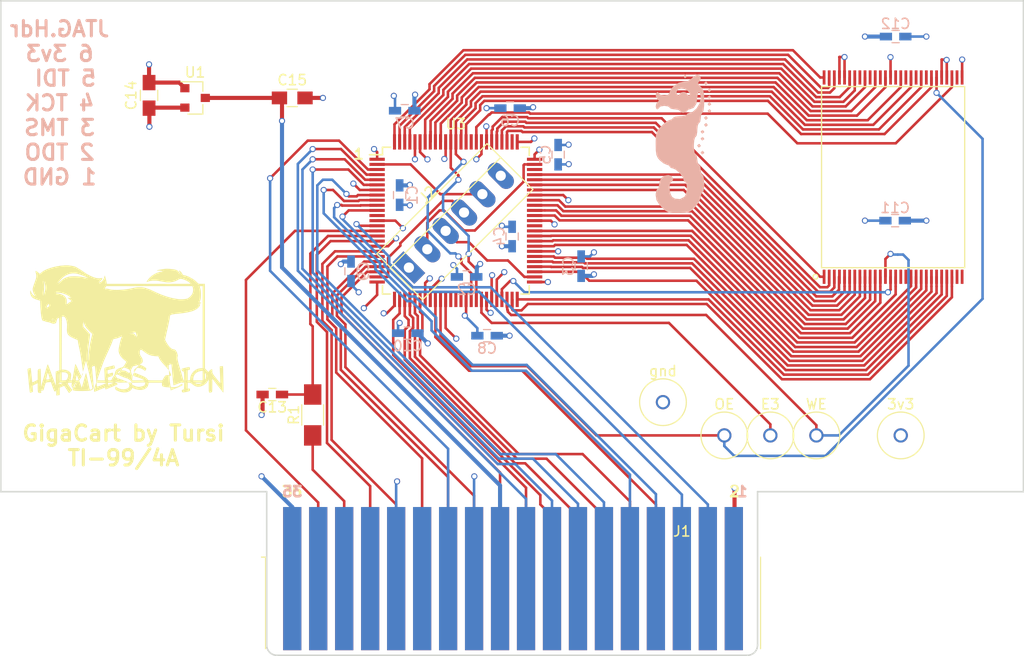
<source format=kicad_pcb>
(kicad_pcb (version 4) (host pcbnew 4.0.7)
  (layers (0 F.Cu signal) (1 3v3 power hide) (2 Gnd power hide) (31 B.Cu signal) (34 B.Paste user) (35 F.Paste user) (36 B.SilkS user) (37 F.SilkS user) (38 B.Mask user) (39 F.Mask user) (44 Edge.Cuts user))
  (net 0 "")
  (net 1 +3V3)
  (net 2 GND)
  (net 3 TI_WE)
  (net 4 +5V)
  (net 5 "Net-(J1-Pad1)")
  (net 6 TI_D7)
  (net 7 TI_D6)
  (net 8 TI_D5)
  (net 9 TI_D4)
  (net 10 TI_D3)
  (net 11 TI_D2)
  (net 12 TI_D1)
  (net 13 TI_D0)
  (net 14 TI_A14)
  (net 15 "Net-(J1-Pad25)")
  (net 16 "Net-(J1-Pad29)")
  (net 17 "Net-(J1-Pad31)")
  (net 18 "Net-(J1-Pad33)")
  (net 19 "Net-(J1-Pad4)")
  (net 20 "Net-(J1-Pad6)")
  (net 21 TI_A15)
  (net 22 TI_A13)
  (net 23 TI_A12)
  (net 24 TI_A11)
  (net 25 TI_A10)
  (net 26 TI_A9)
  (net 27 TI_A8)
  (net 28 TI_A7)
  (net 29 TI_A3)
  (net 30 TI_A6)
  (net 31 TI_A5)
  (net 32 TI_A4)
  (net 33 "Net-(J1-Pad32)")
  (net 34 TI_ROM)
  (net 35 "Net-(J1-Pad36)")
  (net 36 "Net-(J2-Pad2)")
  (net 37 "Net-(J2-Pad3)")
  (net 38 "Net-(J2-Pad4)")
  (net 39 "Net-(J2-Pad5)")
  (net 40 "Net-(J5-Pad1)")
  (net 41 "Net-(J6-Pad1)")
  (net 42 "Net-(J7-Pad1)")
  (net 43 "Net-(U2-Pad56)")
  (net 44 "Net-(U2-Pad1)")
  (net 45 "Net-(U2-Pad55)")
  (net 46 "Net-(U2-Pad2)")
  (net 47 "Net-(U2-Pad54)")
  (net 48 "Net-(U2-Pad3)")
  (net 49 "Net-(U2-Pad4)")
  (net 50 "Net-(U2-Pad5)")
  (net 51 OA0)
  (net 52 "Net-(U2-Pad6)")
  (net 53 OD7)
  (net 54 "Net-(U2-Pad7)")
  (net 55 "Net-(U2-Pad49)")
  (net 56 "Net-(U2-Pad8)")
  (net 57 OD6)
  (net 58 "Net-(U2-Pad9)")
  (net 59 "Net-(U2-Pad47)")
  (net 60 "Net-(U2-Pad10)")
  (net 61 OD5)
  (net 62 "Net-(U2-Pad11)")
  (net 63 "Net-(U2-Pad45)")
  (net 64 "Net-(U2-Pad12)")
  (net 65 OD4)
  (net 66 "Net-(U2-Pad42)")
  (net 67 "Net-(U2-Pad15)")
  (net 68 OD3)
  (net 69 "Net-(U2-Pad40)")
  (net 70 "Net-(U2-Pad17)")
  (net 71 OD2)
  (net 72 "Net-(U2-Pad18)")
  (net 73 "Net-(U2-Pad38)")
  (net 74 "Net-(U2-Pad19)")
  (net 75 OD1)
  (net 76 "Net-(U2-Pad20)")
  (net 77 "Net-(U2-Pad36)")
  (net 78 "Net-(U2-Pad21)")
  (net 79 OD0)
  (net 80 "Net-(U2-Pad22)")
  (net 81 "Net-(U2-Pad23)")
  (net 82 "Net-(U2-Pad24)")
  (net 83 "Net-(U2-Pad25)")
  (net 84 "Net-(U2-Pad31)")
  (net 85 "Net-(U2-Pad26)")
  (net 86 TI_GSEL)
  (net 87 TI_GCLK)
  (net 88 "Net-(U2-Pad14)")
  (module Connectors:1pin (layer F.Cu) (at 180.5 114)
    (fp_text reference 3v3 (at 0 -3.048) (layer F.SilkS))
    (fp_text value .)
    (pad 1 thru_hole circle (at 0 0) (size 1.4 1.4) (drill 1) (layers *.Cu F.Mask) (net 1 +3V3))
  )
  (module Connectors:1pin (layer F.Cu) (at 157.25 110.75)
    (fp_text reference gnd (at 0 -3.048) (layer F.SilkS))
    (fp_text value .)
    (pad x1 thru_hole circle (at 0 0) (size 1.4 1.4) (drill 1) (layers *.Cu F.Mask) (net 2 GND))
  )
  (module tsop:TSOP-56 (layer F.Cu) (at 179.75286 88.74344)
    (fp_text reference U2)
    (fp_text value S29GL01G-128MB-Flash hide)
    (pad 56 smd rect (at -6.74878 -9.74344) (size 0.26924 1.39192) (layers F.Cu F.Paste F.Mask) (net 43 "Net-(U2-Pad56)"))
    (pad 1 smd rect (at -6.74878 9.74344) (size 0.26924 1.39192) (layers F.Cu F.Paste F.Mask) (net 44 "Net-(U2-Pad1)"))
    (pad 55 smd rect (at -6.2484 -9.74344) (size 0.26924 1.39192) (layers F.Cu F.Paste F.Mask) (net 45 "Net-(U2-Pad55)"))
    (pad 2 smd rect (at -6.2484 9.74344) (size 0.26924 1.39192) (layers F.Cu F.Paste F.Mask) (net 46 "Net-(U2-Pad2)"))
    (pad 54 smd rect (at -5.74802 -9.74344) (size 0.26924 1.39192) (layers F.Cu F.Paste F.Mask) (net 47 "Net-(U2-Pad54)"))
    (pad 3 smd rect (at -5.74802 9.74344) (size 0.26924 1.39192) (layers F.Cu F.Paste F.Mask) (net 48 "Net-(U2-Pad3)"))
    (pad 53 smd rect (at -5.24764 -9.74344) (size 0.27178 1.39192) (layers F.Cu F.Paste F.Mask) (net 2 GND))
    (pad 4 smd rect (at -5.24764 9.74344) (size 0.27178 1.39192) (layers F.Cu F.Paste F.Mask) (net 49 "Net-(U2-Pad4)"))
    (pad 52 smd rect (at -4.74726 -9.74344) (size 0.27178 1.39192) (layers F.Cu F.Paste F.Mask) (net 2 GND))
    (pad 5 smd rect (at -4.74726 9.74344) (size 0.27178 1.39192) (layers F.Cu F.Paste F.Mask) (net 50 "Net-(U2-Pad5)"))
    (pad 51 smd rect (at -4.24942 -9.74344) (size 0.26924 1.39192) (layers F.Cu F.Paste F.Mask) (net 51 OA0))
    (pad 6 smd rect (at -4.24942 9.74344) (size 0.26924 1.39192) (layers F.Cu F.Paste F.Mask) (net 52 "Net-(U2-Pad6)"))
    (pad 50 smd rect (at -3.74904 -9.74344) (size 0.26924 1.39192) (layers F.Cu F.Paste F.Mask) (net 53 OD7))
    (pad 7 smd rect (at -3.74904 9.74344) (size 0.26924 1.39192) (layers F.Cu F.Paste F.Mask) (net 54 "Net-(U2-Pad7)"))
    (pad 49 smd rect (at -3.24866 -9.74344) (size 0.26924 1.39192) (layers F.Cu F.Paste F.Mask) (net 55 "Net-(U2-Pad49)"))
    (pad 8 smd rect (at -3.24866 9.74344) (size 0.26924 1.39192) (layers F.Cu F.Paste F.Mask) (net 56 "Net-(U2-Pad8)"))
    (pad 48 smd rect (at -2.74828 -9.74344) (size 0.26924 1.39192) (layers F.Cu F.Paste F.Mask) (net 57 OD6))
    (pad 9 smd rect (at -2.74828 9.74344) (size 0.26924 1.39192) (layers F.Cu F.Paste F.Mask) (net 58 "Net-(U2-Pad9)"))
    (pad 47 smd rect (at -2.2479 -9.74344) (size 0.26924 1.39192) (layers F.Cu F.Paste F.Mask) (net 59 "Net-(U2-Pad47)"))
    (pad 10 smd rect (at -2.2479 9.74344) (size 0.26924 1.39192) (layers F.Cu F.Paste F.Mask) (net 60 "Net-(U2-Pad10)"))
    (pad 46 smd rect (at -1.74752 -9.74344) (size 0.27178 1.39192) (layers F.Cu F.Paste F.Mask) (net 61 OD5))
    (pad 11 smd rect (at -1.74752 9.74344) (size 0.27178 1.39192) (layers F.Cu F.Paste F.Mask) (net 62 "Net-(U2-Pad11)"))
    (pad 45 smd rect (at -1.24714 -9.74344) (size 0.27178 1.39192) (layers F.Cu F.Paste F.Mask) (net 63 "Net-(U2-Pad45)"))
    (pad 12 smd rect (at -1.24714 9.74344) (size 0.27178 1.39192) (layers F.Cu F.Paste F.Mask) (net 64 "Net-(U2-Pad12)"))
    (pad 44 smd rect (at -0.7493 -9.74344) (size 0.26924 1.39192) (layers F.Cu F.Paste F.Mask) (net 65 OD4))
    (pad 13 smd rect (at -0.7493 9.74344) (size 0.26924 1.39192) (layers F.Cu F.Paste F.Mask) (net 41 "Net-(J6-Pad1)"))
    (pad 43 smd rect (at -0.24892 -9.74344) (size 0.26924 1.39192) (layers F.Cu F.Paste F.Mask) (net 1 +3V3))
    (pad 14 smd rect (at -0.24892 9.74344) (size 0.26924 1.39192) (layers F.Cu F.Paste F.Mask) (net 88 "Net-(U2-Pad14)"))
    (pad 42 smd rect (at 0.24892 -9.74344) (size 0.26924 1.39192) (layers F.Cu F.Paste F.Mask) (net 66 "Net-(U2-Pad42)"))
    (pad 15 smd rect (at 0.24892 9.74344) (size 0.26924 1.39192) (layers F.Cu F.Paste F.Mask) (net 67 "Net-(U2-Pad15)"))
    (pad 41 smd rect (at 0.7493 -9.74344) (size 0.26924 1.39192) (layers F.Cu F.Paste F.Mask) (net 68 OD3))
    (pad 16 smd rect (at 0.7493 9.74344) (size 0.26924 1.39192) (layers F.Cu F.Paste F.Mask) (net 2 GND))
    (pad 40 smd rect (at 1.24714 -9.74344) (size 0.27178 1.39192) (layers F.Cu F.Paste F.Mask) (net 69 "Net-(U2-Pad40)"))
    (pad 17 smd rect (at 1.24714 9.74344) (size 0.27178 1.39192) (layers F.Cu F.Paste F.Mask) (net 70 "Net-(U2-Pad17)"))
    (pad 39 smd rect (at 1.74752 -9.74344) (size 0.27178 1.39192) (layers F.Cu F.Paste F.Mask) (net 71 OD2))
    (pad 18 smd rect (at 1.74752 9.74344) (size 0.27178 1.39192) (layers F.Cu F.Paste F.Mask) (net 72 "Net-(U2-Pad18)"))
    (pad 38 smd rect (at 2.2479 -9.74344) (size 0.26924 1.39192) (layers F.Cu F.Paste F.Mask) (net 73 "Net-(U2-Pad38)"))
    (pad 19 smd rect (at 2.2479 9.74344) (size 0.26924 1.39192) (layers F.Cu F.Paste F.Mask) (net 74 "Net-(U2-Pad19)"))
    (pad 37 smd rect (at 2.74828 -9.74344) (size 0.26924 1.39192) (layers F.Cu F.Paste F.Mask) (net 75 OD1))
    (pad 20 smd rect (at 2.74828 9.74344) (size 0.26924 1.39192) (layers F.Cu F.Paste F.Mask) (net 76 "Net-(U2-Pad20)"))
    (pad 36 smd rect (at 3.24866 -9.74344) (size 0.26924 1.39192) (layers F.Cu F.Paste F.Mask) (net 77 "Net-(U2-Pad36)"))
    (pad 21 smd rect (at 3.24866 9.74344) (size 0.26924 1.39192) (layers F.Cu F.Paste F.Mask) (net 78 "Net-(U2-Pad21)"))
    (pad 35 smd rect (at 3.74904 -9.74344) (size 0.26924 1.39192) (layers F.Cu F.Paste F.Mask) (net 79 OD0))
    (pad 22 smd rect (at 3.74904 9.74344) (size 0.26924 1.39192) (layers F.Cu F.Paste F.Mask) (net 80 "Net-(U2-Pad22)"))
    (pad 34 smd rect (at 4.24942 -9.74344) (size 0.26924 1.39192) (layers F.Cu F.Paste F.Mask) (net 42 "Net-(J7-Pad1)"))
    (pad 23 smd rect (at 4.24942 9.74344) (size 0.26924 1.39192) (layers F.Cu F.Paste F.Mask) (net 81 "Net-(U2-Pad23)"))
    (pad 33 smd rect (at 4.74726 -9.74344) (size 0.27178 1.39192) (layers F.Cu F.Paste F.Mask) (net 2 GND))
    (pad 24 smd rect (at 4.74726 9.74344) (size 0.27178 1.39192) (layers F.Cu F.Paste F.Mask) (net 82 "Net-(U2-Pad24)"))
    (pad 32 smd rect (at 5.24764 -9.74344) (size 0.27178 1.39192) (layers F.Cu F.Paste F.Mask) (net 2 GND))
    (pad 25 smd rect (at 5.24764 9.74344) (size 0.27178 1.39192) (layers F.Cu F.Paste F.Mask) (net 83 "Net-(U2-Pad25)"))
    (pad 31 smd rect (at 5.74802 -9.74344) (size 0.26924 1.39192) (layers F.Cu F.Paste F.Mask) (net 84 "Net-(U2-Pad31)"))
    (pad 26 smd rect (at 5.74802 9.74344) (size 0.26924 1.39192) (layers F.Cu F.Paste F.Mask) (net 85 "Net-(U2-Pad26)"))
    (pad 30 smd rect (at 6.2484 -9.74344) (size 0.26924 1.39192) (layers F.Cu F.Paste F.Mask))
    (pad 27 smd rect (at 6.2484 9.74344) (size 0.26924 1.39192) (layers F.Cu F.Paste F.Mask))
    (pad 29 smd rect (at 6.74878 -9.74344) (size 0.26924 1.39192) (layers F.Cu F.Paste F.Mask) (net 1 +3V3))
    (pad 28 smd rect (at 6.74878 9.74344) (size 0.26924 1.39192) (layers F.Cu F.Paste F.Mask))
  )
  (module Capacitors_SMD:C_0603_HandSoldering (layer B.Cu) (at 131.5 90.5 90)
    (fp_text reference C1 (at 0 1.25 90) (layer B.SilkS) (effects (justify mirror)))
    (fp_text value 1nF)
    (pad 1 smd rect (at -0.95 0 90) (size 1.2 0.75) (layers B.Cu B.Paste B.Mask) (net 1 +3V3))
    (pad 2 smd rect (at 0.95 0 90) (size 1.2 0.75) (layers B.Cu B.Paste B.Mask) (net 2 GND))
  )
  (module Capacitors_SMD:C_0603_HandSoldering (layer B.Cu) (at 138.05 98.5)
    (fp_text reference C2 (at 0 1.25) (layer B.SilkS) (effects (justify mirror)))
    (fp_text value 1nF)
    (pad 1 smd rect (at -0.95 0) (size 1.2 0.75) (layers B.Cu B.Paste B.Mask) (net 1 +3V3))
    (pad 2 smd rect (at 0.95 0) (size 1.2 0.75) (layers B.Cu B.Paste B.Mask) (net 2 GND))
  )
  (module Capacitors_SMD:C_0603_HandSoldering (layer B.Cu) (at 142.5 94.55 270)
    (fp_text reference C4 (at 0 1.25 270) (layer B.SilkS) (effects (justify mirror)))
    (fp_text value 1nF)
    (pad 1 smd rect (at -0.95 0 270) (size 1.2 0.75) (layers B.Cu B.Paste B.Mask) (net 1 +3V3))
    (pad 2 smd rect (at 0.95 0 270) (size 1.2 0.75) (layers B.Cu B.Paste B.Mask) (net 2 GND))
  )
  (module Capacitors_SMD:C_0603_HandSoldering (layer B.Cu) (at 147 86.55 270)
    (fp_text reference C5 (at 0 1.25 270) (layer B.SilkS) (effects (justify mirror)))
    (fp_text value 1nF)
    (pad 1 smd rect (at -0.95 0 270) (size 1.2 0.75) (layers B.Cu B.Paste B.Mask) (net 1 +3V3))
    (pad 2 smd rect (at 0.95 0 270) (size 1.2 0.75) (layers B.Cu B.Paste B.Mask) (net 2 GND))
  )
  (module Capacitors_SMD:C_0603_HandSoldering (layer B.Cu) (at 132 82.25)
    (fp_text reference C7 (at 0 1.25) (layer B.SilkS) (effects (justify mirror)))
    (fp_text value 1nF)
    (pad 1 smd rect (at -0.95 0) (size 1.2 0.75) (layers B.Cu B.Paste B.Mask) (net 1 +3V3))
    (pad 2 smd rect (at 0.95 0) (size 1.2 0.75) (layers B.Cu B.Paste B.Mask) (net 2 GND))
  )
  (module Capacitors_SMD:C_0603_HandSoldering (layer B.Cu) (at 179.95 93 180)
    (fp_text reference C11 (at 0 1.25 180) (layer B.SilkS) (effects (justify mirror)))
    (fp_text value 1nF)
    (pad 1 smd rect (at -0.95 0 180) (size 1.2 0.75) (layers B.Cu B.Paste B.Mask) (net 2 GND))
    (pad 2 smd rect (at 0.95 0 180) (size 1.2 0.75) (layers B.Cu B.Paste B.Mask) (net 1 +3V3))
  )
  (module Capacitors_SMD:C_0603_HandSoldering (layer B.Cu) (at 180 75 180)
    (fp_text reference C12 (at 0 1.25 180) (layer B.SilkS) (effects (justify mirror)))
    (fp_text value 1nF)
    (pad 1 smd rect (at -0.95 0 180) (size 1.2 0.75) (layers B.Cu B.Paste B.Mask) (net 1 +3V3))
    (pad 2 smd rect (at 0.95 0 180) (size 1.2 0.75) (layers B.Cu B.Paste B.Mask) (net 2 GND))
  )
  (module Capacitors_SMD:C_0603_HandSoldering (layer F.Cu) (at 119.05 110 180)
    (fp_text reference C13 (at 0 -1.25 180) (layer F.SilkS))
    (fp_text value 1nF)
    (pad 1 smd rect (at -0.95 0 180) (size 1.2 0.75) (layers F.Cu F.Paste F.Mask) (net 3 TI_WE))
    (pad 2 smd rect (at 0.95 0 180) (size 1.2 0.75) (layers F.Cu F.Paste F.Mask) (net 2 GND))
  )
  (module Capacitors_SMD:C_0805_HandSoldering (layer F.Cu) (at 107 80.75 90)
    (fp_text reference C14 (at 0 -1.75 90) (layer F.SilkS))
    (fp_text value 1uF)
    (pad 1 smd rect (at -1.25 0 90) (size 1.5 1.25) (layers F.Cu F.Paste F.Mask) (net 1 +3V3))
    (pad 2 smd rect (at 1.25 0 90) (size 1.5 1.25) (layers F.Cu F.Paste F.Mask) (net 2 GND))
  )
  (module Capacitors_SMD:C_0805_HandSoldering (layer F.Cu) (at 121 81)
    (fp_text reference C15 (at 0 -1.75) (layer F.SilkS))
    (fp_text value 1uF)
    (pad 1 smd rect (at -1.25 0) (size 1.5 1.25) (layers F.Cu F.Paste F.Mask) (net 4 +5V))
    (pad 2 smd rect (at 1.25 0) (size 1.5 1.25) (layers F.Cu F.Paste F.Mask) (net 2 GND))
  )
  (module Oddities:BUS_TI99_CART (layer F.Cu) (at 143.86 131)
    (fp_text reference J1 (at 15.24 -7.62) (layer F.SilkS))
    (fp_text value Bus_TI994A_Cart)
    (pad 1 connect rect (at 20.32 -3) (size 1.78 14) (layers B.Cu B.Mask) (net 5 "Net-(J1-Pad1)"))
    (pad 3 connect rect (at 17.78 -3) (size 1.78 14) (layers B.Cu B.Mask) (net 6 TI_D7))
    (pad 5 connect rect (at 15.24 -3) (size 1.78 14) (layers B.Cu B.Mask) (net 7 TI_D6))
    (pad 7 connect rect (at 12.7 -3) (size 1.78 14) (layers B.Cu B.Mask) (net 8 TI_D5))
    (pad 9 connect rect (at 10.16 -3) (size 1.78 14) (layers B.Cu B.Mask) (net 9 TI_D4))
    (pad 11 connect rect (at 7.62 -3) (size 1.78 14) (layers B.Cu B.Mask) (net 10 TI_D3))
    (pad 13 connect rect (at 5.08 -3) (size 1.78 14) (layers B.Cu B.Mask) (net 11 TI_D2))
    (pad 15 connect rect (at 2.54 -3) (size 1.78 14) (layers B.Cu B.Mask) (net 12 TI_D1))
    (pad 17 connect rect (at 0 -3) (size 1.78 14) (layers B.Cu B.Mask) (net 13 TI_D0))
    (pad 19 connect rect (at -2.54 -3) (size 1.78 14) (layers B.Cu B.Mask) (net 4 +5V))
    (pad 21 connect rect (at -5.08 -3) (size 1.78 14) (layers B.Cu B.Mask) (net 86 TI_GSEL))
    (pad 23 connect rect (at -7.62 -3) (size 1.78 14) (layers B.Cu B.Mask) (net 14 TI_A14))
    (pad 25 connect rect (at -10.16 -3) (size 1.78 14) (layers B.Cu B.Mask) (net 15 "Net-(J1-Pad25)"))
    (pad 27 connect rect (at -12.7 -3) (size 1.78 14) (layers B.Cu B.Mask) (net 87 TI_GCLK))
    (pad 29 connect rect (at -15.24 -3) (size 1.78 14) (layers B.Cu B.Mask) (net 16 "Net-(J1-Pad29)"))
    (pad 31 connect rect (at -17.78 -3) (size 1.78 14) (layers B.Cu B.Mask) (net 17 "Net-(J1-Pad31)"))
    (pad 33 connect rect (at -20.32 -3) (size 1.78 14) (layers B.Cu B.Mask) (net 18 "Net-(J1-Pad33)"))
    (pad 35 connect rect (at -22.86 -3) (size 1.78 14) (layers B.Cu B.Mask) (net 2 GND))
    (pad 2 connect rect (at 20.32 -3) (size 1.78 14) (layers F.Cu F.Mask) (net 2 GND))
    (pad 4 connect rect (at 17.78 -3) (size 1.78 14) (layers F.Cu F.Mask) (net 19 "Net-(J1-Pad4)"))
    (pad 6 connect rect (at 15.24 -3) (size 1.78 14) (layers F.Cu F.Mask) (net 20 "Net-(J1-Pad6)"))
    (pad 8 connect rect (at 12.7 -3) (size 1.78 14) (layers F.Cu F.Mask) (net 21 TI_A15))
    (pad 10 connect rect (at 10.16 -3) (size 1.78 14) (layers F.Cu F.Mask) (net 22 TI_A13))
    (pad 12 connect rect (at 7.62 -3) (size 1.78 14) (layers F.Cu F.Mask) (net 23 TI_A12))
    (pad 14 connect rect (at 5.08 -3) (size 1.78 14) (layers F.Cu F.Mask) (net 24 TI_A11))
    (pad 16 connect rect (at 2.54 -3) (size 1.78 14) (layers F.Cu F.Mask) (net 25 TI_A10))
    (pad 18 connect rect (at 0 -3) (size 1.78 14) (layers F.Cu F.Mask) (net 26 TI_A9))
    (pad 20 connect rect (at -2.54 -3) (size 1.78 14) (layers F.Cu F.Mask) (net 27 TI_A8))
    (pad 22 connect rect (at -5.08 -3) (size 1.78 14) (layers F.Cu F.Mask) (net 28 TI_A7))
    (pad 24 connect rect (at -7.62 -3) (size 1.78 14) (layers F.Cu F.Mask) (net 29 TI_A3))
    (pad 26 connect rect (at -10.16 -3) (size 1.78 14) (layers F.Cu F.Mask) (net 30 TI_A6))
    (pad 28 connect rect (at -12.7 -3) (size 1.78 14) (layers F.Cu F.Mask) (net 31 TI_A5))
    (pad 30 connect rect (at -15.24 -3) (size 1.78 14) (layers F.Cu F.Mask) (net 32 TI_A4))
    (pad 32 connect rect (at -17.78 -3) (size 1.78 14) (layers F.Cu F.Mask) (net 33 "Net-(J1-Pad32)"))
    (pad 34 connect rect (at -20.32 -3) (size 1.78 14) (layers F.Cu F.Mask) (net 34 TI_ROM))
    (pad 36 connect rect (at -22.86 -3) (size 1.78 14) (layers F.Cu F.Mask) (net 35 "Net-(J1-Pad36)"))
  )
  (module Connectors:PINHEAD1-6 (layer F.Cu) (at 132.407898 97.592102 45)
    (fp_text reference J2 (at 6.35 -3.75 45) (layer F.SilkS))
    (fp_text value Conn_01x06)
    (pad 1 thru_hole rect (at 0 0 45) (size 1.51 3.01) (drill 1) (layers *.Cu *.Mask) (net 2 GND))
    (pad 2 thru_hole oval (at 2.54 0 45) (size 1.51 3.01) (drill 1) (layers *.Cu *.Mask) (net 36 "Net-(J2-Pad2)"))
    (pad 3 thru_hole oval (at 5.08 0 45) (size 1.51 3.01) (drill 1) (layers *.Cu *.Mask) (net 37 "Net-(J2-Pad3)"))
    (pad 4 thru_hole oval (at 7.62 0 45) (size 1.51 3.01) (drill 1) (layers *.Cu *.Mask) (net 38 "Net-(J2-Pad4)"))
    (pad 5 thru_hole oval (at 10.16 0 45) (size 1.51 3.01) (drill 1) (layers *.Cu *.Mask) (net 39 "Net-(J2-Pad5)"))
    (pad 6 thru_hole oval (at 12.7 0 45) (size 1.51 3.01) (drill 1) (layers *.Cu *.Mask) (net 1 +3V3))
  )
  (module Resistors_SMD:R_1206_HandSoldering (layer F.Cu) (at 123 112 90)
    (fp_text reference R1 (at 0 -1.85 90) (layer F.SilkS))
    (fp_text value 47^)
    (pad 1 smd rect (at -2 0 90) (size 2 1.7) (layers F.Cu F.Paste F.Mask) (net 33 "Net-(J1-Pad32)"))
    (pad 2 smd rect (at 2 0 90) (size 2 1.7) (layers F.Cu F.Paste F.Mask) (net 3 TI_WE))
  )
  (module Mounting_Holes:MountingHole_5mm (layer F.Cu) (at 142 110.5 90)
    (fp_text reference "" (at 0 -6 90) (layer F.SilkS))
    (fp_text value "")
    (pad 1 np_thru_hole circle (at 0 0 90) (size 5 5) (drill 5) (layers *.Cu *.Mask))
  )
  (module Housings_QFP:TQFP-100_14x14mm_Pitch0.5mm (layer F.Cu) (at 137 93)
    (fp_text reference U3 (at 0 -9.45) (layer F.SilkS))
    (fp_text value GigaCart_CPLD_LC4064)
    (pad 1 smd rect (at -7.7 -6) (size 1.5 0.3) (layers F.Cu F.Paste F.Mask) (net 2 GND))
    (pad 2 smd rect (at -7.7 -5.5) (size 1.5 0.3) (layers F.Cu F.Paste F.Mask) (net 39 "Net-(J2-Pad5)"))
    (pad 3 smd rect (at -7.7 -5) (size 1.5 0.3) (layers F.Cu F.Paste F.Mask) (net 14 TI_A14))
    (pad 4 smd rect (at -7.7 -4.5) (size 1.5 0.3) (layers F.Cu F.Paste F.Mask) (net 13 TI_D0))
    (pad 5 smd rect (at -7.7 -4) (size 1.5 0.3) (layers F.Cu F.Paste F.Mask) (net 12 TI_D1))
    (pad 6 smd rect (at -7.7 -3.5) (size 1.5 0.3) (layers F.Cu F.Paste F.Mask) (net 11 TI_D2))
    (pad 7 smd rect (at -7.7 -3) (size 1.5 0.3) (layers F.Cu F.Paste F.Mask) (net 2 GND))
    (pad 8 smd rect (at -7.7 -2.5) (size 1.5 0.3) (layers F.Cu F.Paste F.Mask) (net 10 TI_D3))
    (pad 9 smd rect (at -7.7 -2) (size 1.5 0.3) (layers F.Cu F.Paste F.Mask) (net 9 TI_D4))
    (pad 10 smd rect (at -7.7 -1.5) (size 1.5 0.3) (layers F.Cu F.Paste F.Mask) (net 8 TI_D5))
    (pad 11 smd rect (at -7.7 -1) (size 1.5 0.3) (layers F.Cu F.Paste F.Mask) (net 7 TI_D6))
    (pad 12 smd rect (at -7.7 -0.5) (size 1.5 0.3) (layers F.Cu F.Paste F.Mask))
    (pad 13 smd rect (at -7.7 0) (size 1.5 0.3) (layers F.Cu F.Paste F.Mask) (net 1 +3V3))
    (pad 14 smd rect (at -7.7 0.5) (size 1.5 0.3) (layers F.Cu F.Paste F.Mask) (net 6 TI_D7))
    (pad 15 smd rect (at -7.7 1) (size 1.5 0.3) (layers F.Cu F.Paste F.Mask) (net 34 TI_ROM))
    (pad 16 smd rect (at -7.7 1.5) (size 1.5 0.3) (layers F.Cu F.Paste F.Mask) (net 3 TI_WE))
    (pad 17 smd rect (at -7.7 2) (size 1.5 0.3) (layers F.Cu F.Paste F.Mask) (net 32 TI_A4))
    (pad 18 smd rect (at -7.7 2.5) (size 1.5 0.3) (layers F.Cu F.Paste F.Mask) (net 2 GND))
    (pad 19 smd rect (at -7.7 3) (size 1.5 0.3) (layers F.Cu F.Paste F.Mask) (net 31 TI_A5))
    (pad 20 smd rect (at -7.7 3.5) (size 1.5 0.3) (layers F.Cu F.Paste F.Mask) (net 30 TI_A6))
    (pad 21 smd rect (at -7.7 4) (size 1.5 0.3) (layers F.Cu F.Paste F.Mask) (net 29 TI_A3))
    (pad 22 smd rect (at -7.7 4.5) (size 1.5 0.3) (layers F.Cu F.Paste F.Mask) (net 28 TI_A7))
    (pad 23 smd rect (at -7.7 5) (size 1.5 0.3) (layers F.Cu F.Paste F.Mask) (net 27 TI_A8))
    (pad 24 smd rect (at -7.7 5.5) (size 1.5 0.3) (layers F.Cu F.Paste F.Mask) (net 38 "Net-(J2-Pad4)"))
    (pad 25 smd rect (at -7.7 6) (size 1.5 0.3) (layers F.Cu F.Paste F.Mask) (net 1 +3V3))
    (pad 26 smd rect (at -6 7.7 90) (size 1.5 0.3) (layers F.Cu F.Paste F.Mask) (net 2 GND))
    (pad 27 smd rect (at -5.5 7.7 90) (size 1.5 0.3) (layers F.Cu F.Paste F.Mask) (net 26 TI_A9))
    (pad 28 smd rect (at -5 7.7 90) (size 1.5 0.3) (layers F.Cu F.Paste F.Mask) (net 25 TI_A10))
    (pad 29 smd rect (at -4.5 7.7 90) (size 1.5 0.3) (layers F.Cu F.Paste F.Mask) (net 24 TI_A11))
    (pad 30 smd rect (at -4 7.7 90) (size 1.5 0.3) (layers F.Cu F.Paste F.Mask) (net 23 TI_A12))
    (pad 31 smd rect (at -3.5 7.7 90) (size 1.5 0.3) (layers F.Cu F.Paste F.Mask) (net 22 TI_A13))
    (pad 32 smd rect (at -3 7.7 90) (size 1.5 0.3) (layers F.Cu F.Paste F.Mask) (net 2 GND))
    (pad 33 smd rect (at -2.5 7.7 90) (size 1.5 0.3) (layers F.Cu F.Paste F.Mask) (net 1 +3V3))
    (pad 34 smd rect (at -2 7.7 90) (size 1.5 0.3) (layers F.Cu F.Paste F.Mask) (net 21 TI_A15))
    (pad 35 smd rect (at -1.5 7.7 90) (size 1.5 0.3) (layers F.Cu F.Paste F.Mask) (net 42 "Net-(J7-Pad1)"))
    (pad 36 smd rect (at -1 7.7 90) (size 1.5 0.3) (layers F.Cu F.Paste F.Mask) (net 87 TI_GCLK))
    (pad 37 smd rect (at -0.5 7.7 90) (size 1.5 0.3) (layers F.Cu F.Paste F.Mask))
    (pad 38 smd rect (at 0 7.7 90) (size 1.5 0.3) (layers F.Cu F.Paste F.Mask))
    (pad 39 smd rect (at 0.5 7.7 90) (size 1.5 0.3) (layers F.Cu F.Paste F.Mask))
    (pad 40 smd rect (at 1 7.7 90) (size 1.5 0.3) (layers F.Cu F.Paste F.Mask) (net 1 +3V3))
    (pad 41 smd rect (at 1.5 7.7 90) (size 1.5 0.3) (layers F.Cu F.Paste F.Mask) (net 71 OD2))
    (pad 42 smd rect (at 2 7.7 90) (size 1.5 0.3) (layers F.Cu F.Paste F.Mask) (net 68 OD3))
    (pad 43 smd rect (at 2.5 7.7 90) (size 1.5 0.3) (layers F.Cu F.Paste F.Mask) (net 40 "Net-(J5-Pad1)"))
    (pad 44 smd rect (at 3 7.7 90) (size 1.5 0.3) (layers F.Cu F.Paste F.Mask) (net 86 TI_GSEL))
    (pad 45 smd rect (at 3.5 7.7 90) (size 1.5 0.3) (layers F.Cu F.Paste F.Mask) (net 1 +3V3))
    (pad 46 smd rect (at 4 7.7 90) (size 1.5 0.3) (layers F.Cu F.Paste F.Mask) (net 2 GND))
    (pad 47 smd rect (at 4.5 7.7 90) (size 1.5 0.3) (layers F.Cu F.Paste F.Mask) (net 88 "Net-(U2-Pad14)"))
    (pad 48 smd rect (at 5 7.7 90) (size 1.5 0.3) (layers F.Cu F.Paste F.Mask) (net 41 "Net-(J6-Pad1)"))
    (pad 49 smd rect (at 5.5 7.7 90) (size 1.5 0.3) (layers F.Cu F.Paste F.Mask) (net 85 "Net-(U2-Pad26)"))
    (pad 50 smd rect (at 6 7.7 90) (size 1.5 0.3) (layers F.Cu F.Paste F.Mask) (net 83 "Net-(U2-Pad25)"))
    (pad 51 smd rect (at 7.7 6) (size 1.5 0.3) (layers F.Cu F.Paste F.Mask) (net 2 GND))
    (pad 52 smd rect (at 7.7 5.5) (size 1.5 0.3) (layers F.Cu F.Paste F.Mask) (net 37 "Net-(J2-Pad3)"))
    (pad 53 smd rect (at 7.7 5) (size 1.5 0.3) (layers F.Cu F.Paste F.Mask) (net 82 "Net-(U2-Pad24)"))
    (pad 54 smd rect (at 7.7 4.5) (size 1.5 0.3) (layers F.Cu F.Paste F.Mask) (net 81 "Net-(U2-Pad23)"))
    (pad 55 smd rect (at 7.7 4) (size 1.5 0.3) (layers F.Cu F.Paste F.Mask) (net 80 "Net-(U2-Pad22)"))
    (pad 56 smd rect (at 7.7 3.5) (size 1.5 0.3) (layers F.Cu F.Paste F.Mask) (net 78 "Net-(U2-Pad21)"))
    (pad 57 smd rect (at 7.7 3) (size 1.5 0.3) (layers F.Cu F.Paste F.Mask) (net 2 GND))
    (pad 58 smd rect (at 7.7 2.5) (size 1.5 0.3) (layers F.Cu F.Paste F.Mask) (net 76 "Net-(U2-Pad20)"))
    (pad 59 smd rect (at 7.7 2) (size 1.5 0.3) (layers F.Cu F.Paste F.Mask) (net 74 "Net-(U2-Pad19)"))
    (pad 60 smd rect (at 7.7 1.5) (size 1.5 0.3) (layers F.Cu F.Paste F.Mask) (net 72 "Net-(U2-Pad18)"))
    (pad 61 smd rect (at 7.7 1) (size 1.5 0.3) (layers F.Cu F.Paste F.Mask) (net 67 "Net-(U2-Pad15)"))
    (pad 62 smd rect (at 7.7 0.5) (size 1.5 0.3) (layers F.Cu F.Paste F.Mask))
    (pad 63 smd rect (at 7.7 0) (size 1.5 0.3) (layers F.Cu F.Paste F.Mask) (net 1 +3V3))
    (pad 64 smd rect (at 7.7 -0.5) (size 1.5 0.3) (layers F.Cu F.Paste F.Mask) (net 64 "Net-(U2-Pad12)"))
    (pad 65 smd rect (at 7.7 -1) (size 1.5 0.3) (layers F.Cu F.Paste F.Mask) (net 62 "Net-(U2-Pad11)"))
    (pad 66 smd rect (at 7.7 -1.5) (size 1.5 0.3) (layers F.Cu F.Paste F.Mask) (net 60 "Net-(U2-Pad10)"))
    (pad 67 smd rect (at 7.7 -2) (size 1.5 0.3) (layers F.Cu F.Paste F.Mask) (net 58 "Net-(U2-Pad9)"))
    (pad 68 smd rect (at 7.7 -2.5) (size 1.5 0.3) (layers F.Cu F.Paste F.Mask) (net 2 GND))
    (pad 69 smd rect (at 7.7 -3) (size 1.5 0.3) (layers F.Cu F.Paste F.Mask) (net 56 "Net-(U2-Pad8)"))
    (pad 70 smd rect (at 7.7 -3.5) (size 1.5 0.3) (layers F.Cu F.Paste F.Mask) (net 54 "Net-(U2-Pad7)"))
    (pad 71 smd rect (at 7.7 -4) (size 1.5 0.3) (layers F.Cu F.Paste F.Mask) (net 52 "Net-(U2-Pad6)"))
    (pad 72 smd rect (at 7.7 -4.5) (size 1.5 0.3) (layers F.Cu F.Paste F.Mask) (net 50 "Net-(U2-Pad5)"))
    (pad 73 smd rect (at 7.7 -5) (size 1.5 0.3) (layers F.Cu F.Paste F.Mask))
    (pad 74 smd rect (at 7.7 -5.5) (size 1.5 0.3) (layers F.Cu F.Paste F.Mask) (net 36 "Net-(J2-Pad2)"))
    (pad 75 smd rect (at 7.7 -6) (size 1.5 0.3) (layers F.Cu F.Paste F.Mask) (net 1 +3V3))
    (pad 76 smd rect (at 6 -7.7 90) (size 1.5 0.3) (layers F.Cu F.Paste F.Mask) (net 2 GND))
    (pad 77 smd rect (at 5.5 -7.7 90) (size 1.5 0.3) (layers F.Cu F.Paste F.Mask))
    (pad 78 smd rect (at 5 -7.7 90) (size 1.5 0.3) (layers F.Cu F.Paste F.Mask) (net 49 "Net-(U2-Pad4)"))
    (pad 79 smd rect (at 4.5 -7.7 90) (size 1.5 0.3) (layers F.Cu F.Paste F.Mask) (net 48 "Net-(U2-Pad3)"))
    (pad 80 smd rect (at 4 -7.7 90) (size 1.5 0.3) (layers F.Cu F.Paste F.Mask) (net 46 "Net-(U2-Pad2)"))
    (pad 81 smd rect (at 3.5 -7.7 90) (size 1.5 0.3) (layers F.Cu F.Paste F.Mask) (net 44 "Net-(U2-Pad1)"))
    (pad 82 smd rect (at 3 -7.7 90) (size 1.5 0.3) (layers F.Cu F.Paste F.Mask) (net 2 GND))
    (pad 83 smd rect (at 2.5 -7.7 90) (size 1.5 0.3) (layers F.Cu F.Paste F.Mask) (net 1 +3V3))
    (pad 84 smd rect (at 2 -7.7 90) (size 1.5 0.3) (layers F.Cu F.Paste F.Mask) (net 84 "Net-(U2-Pad31)"))
    (pad 85 smd rect (at 1.5 -7.7 90) (size 1.5 0.3) (layers F.Cu F.Paste F.Mask))
    (pad 86 smd rect (at 1 -7.7 90) (size 1.5 0.3) (layers F.Cu F.Paste F.Mask) (net 79 OD0))
    (pad 87 smd rect (at 0.5 -7.7 90) (size 1.5 0.3) (layers F.Cu F.Paste F.Mask) (net 75 OD1))
    (pad 88 smd rect (at 0 -7.7 90) (size 1.5 0.3) (layers F.Cu F.Paste F.Mask) (net 71 OD2))
    (pad 89 smd rect (at -0.5 -7.7 90) (size 1.5 0.3) (layers F.Cu F.Paste F.Mask) (net 68 OD3))
    (pad 90 smd rect (at -1 -7.7 90) (size 1.5 0.3) (layers F.Cu F.Paste F.Mask) (net 1 +3V3))
    (pad 91 smd rect (at -1.5 -7.7 90) (size 1.5 0.3) (layers F.Cu F.Paste F.Mask) (net 65 OD4))
    (pad 92 smd rect (at -2 -7.7 90) (size 1.5 0.3) (layers F.Cu F.Paste F.Mask) (net 61 OD5))
    (pad 93 smd rect (at -2.5 -7.7 90) (size 1.5 0.3) (layers F.Cu F.Paste F.Mask) (net 57 OD6))
    (pad 94 smd rect (at -3 -7.7 90) (size 1.5 0.3) (layers F.Cu F.Paste F.Mask) (net 53 OD7))
    (pad 95 smd rect (at -3.5 -7.7 90) (size 1.5 0.3) (layers F.Cu F.Paste F.Mask) (net 1 +3V3))
    (pad 96 smd rect (at -4 -7.7 90) (size 1.5 0.3) (layers F.Cu F.Paste F.Mask) (net 2 GND))
    (pad 97 smd rect (at -4.5 -7.7 90) (size 1.5 0.3) (layers F.Cu F.Paste F.Mask) (net 51 OA0))
    (pad 98 smd rect (at -5 -7.7 90) (size 1.5 0.3) (layers F.Cu F.Paste F.Mask) (net 47 "Net-(U2-Pad54)"))
    (pad 99 smd rect (at -5.5 -7.7 90) (size 1.5 0.3) (layers F.Cu F.Paste F.Mask) (net 45 "Net-(U2-Pad55)"))
    (pad 100 smd rect (at -6 -7.7 90) (size 1.5 0.3) (layers F.Cu F.Paste F.Mask) (net 43 "Net-(U2-Pad56)"))
  )
  (module Capacitors_SMD:C_0603_HandSoldering (layer B.Cu) (at 149.25 97.45 270)
    (fp_text reference C3 (at 0 1.25 270) (layer B.SilkS) (effects (justify mirror)))
    (fp_text value 1nF)
    (pad 1 smd rect (at -0.95 0 270) (size 1.2 0.75) (layers B.Cu B.Paste B.Mask) (net 1 +3V3))
    (pad 2 smd rect (at 0.95 0 270) (size 1.2 0.75) (layers B.Cu B.Paste B.Mask) (net 2 GND))
  )
  (module Capacitors_SMD:C_0603_HandSoldering (layer B.Cu) (at 142.3 82)
    (fp_text reference C6 (at 0 1.25) (layer B.SilkS) (effects (justify mirror)))
    (fp_text value 1nF)
    (pad 1 smd rect (at -0.95 0) (size 1.2 0.75) (layers B.Cu B.Paste B.Mask) (net 1 +3V3))
    (pad 2 smd rect (at 0.95 0) (size 1.2 0.75) (layers B.Cu B.Paste B.Mask) (net 2 GND))
  )
  (module Capacitors_SMD:C_0603_HandSoldering (layer B.Cu) (at 140.05 104.25)
    (fp_text reference C8 (at 0 1.25) (layer B.SilkS) (effects (justify mirror)))
    (fp_text value 1nF)
    (pad 1 smd rect (at -0.95 0) (size 1.2 0.75) (layers B.Cu B.Paste B.Mask) (net 1 +3V3))
    (pad 2 smd rect (at 0.95 0) (size 1.2 0.75) (layers B.Cu B.Paste B.Mask) (net 2 GND))
  )
  (module Capacitors_SMD:C_0603_HandSoldering (layer B.Cu) (at 126.75 97.95 90)
    (fp_text reference C9 (at 0 1.25 90) (layer B.SilkS) (effects (justify mirror)))
    (fp_text value 1nF)
    (pad 1 smd rect (at -0.95 0 90) (size 1.2 0.75) (layers B.Cu B.Paste B.Mask) (net 1 +3V3))
    (pad 2 smd rect (at 0.95 0 90) (size 1.2 0.75) (layers B.Cu B.Paste B.Mask) (net 2 GND))
  )
  (module Capacitors_SMD:C_0603_HandSoldering (layer B.Cu) (at 132.3 104)
    (fp_text reference C10 (at 0 1.25) (layer B.SilkS) (effects (justify mirror)))
    (fp_text value 1nF)
    (pad 1 smd rect (at -0.95 0) (size 1.2 0.75) (layers B.Cu B.Paste B.Mask) (net 1 +3V3))
    (pad 2 smd rect (at 0.95 0) (size 1.2 0.75) (layers B.Cu B.Paste B.Mask) (net 2 GND))
  )
  (module Connectors:1pin (layer F.Cu) (at 167.75 114)
    (fp_text reference E3 (at 0 -3.048) (layer F.SilkS))
    (fp_text value .)
    (pad 1 thru_hole circle (at 0 0) (size 1.4 1.4) (drill 1) (layers *.Cu *.Mask) (net 40 "Net-(J5-Pad1)"))
  )
  (module Connectors:1pin (layer F.Cu) (at 172.25 114)
    (fp_text reference WE (at 0 -3.048) (layer F.SilkS))
    (fp_text value .)
    (pad 1 thru_hole circle (at 0 0) (size 1.4 1.4) (drill 1) (layers *.Cu *.Mask) (net 41 "Net-(J6-Pad1)"))
  )
  (module Connectors:1pin (layer F.Cu) (at 163.25 114)
    (fp_text reference OE (at 0 -3.048) (layer F.SilkS))
    (fp_text value .)
    (pad 1 thru_hole circle (at 0 0) (size 1.4 1.4) (drill 1) (layers *.Cu *.Mask) (net 42 "Net-(J7-Pad1)"))
  )
  (module TO_SOT_Packages_SMD:SOT-23 (layer F.Cu) (at 111.5 81)
    (fp_text reference U1 (at 0 -2.5) (layer F.SilkS))
    (fp_text value MCP1700-3302E_SOT23)
    (pad 1 smd rect (at -1 -0.95) (size 0.9 0.8) (layers F.Cu F.Paste F.Mask) (net 2 GND))
    (pad 2 smd rect (at -1 0.95) (size 0.9 0.8) (layers F.Cu F.Paste F.Mask) (net 1 +3V3))
    (pad 3 smd rect (at 1 0) (size 0.9 0.8) (layers F.Cu F.Paste F.Mask) (net 4 +5V))
  )
  (module Oddities:LOGO_HL_SILVYR (layer F.Cu) (at 104.5 103.25)
    (fp_text reference G*** hide)
    (fp_text value LOGO hide)
  )
  (module Oddities:LOGO_SEAHORSE (layer B.Cu) (at 159.25 85.5 180)
    (fp_text reference . hide)
    (fp_text value . hide)
  )
  (gr_text 35 (at 121 119.5) (layer B.SilkS) (effects (font (size 1 1) (thickness 0.25)) (justify mirror)))
  (gr_text 1 (at 165 119.5) (layer B.SilkS) (effects (font (size 1 1) (thickness 0.25)) (justify mirror)))
  (gr_text 36 (at 121 119.5) (layer F.SilkS) (effects (font (size 1 1) (thickness 0.25))))
  (gr_text 2 (at 164.25 119.5) (layer F.SilkS) (effects (font (size 1 1) (thickness 0.25))))
  (gr_text 1 (at 127.5 86.5) (layer F.SilkS) (effects (font (size 1 1) (thickness 0.2))))
  (gr_text "JTAG.Hdr\n6 3v3\n5 TDI \n4 TCK\n3 TMS\n2 TDO\n1 GND" (at 98.25 81.5) (layer B.SilkS) (effects (font (size 1.5 1.5) (thickness 0.3)) (justify mirror)))
  (gr_text "GigaCart by Tursi\nTI-99/4A" (at 104.5 115) (layer F.SilkS) (effects (font (size 1.5 1.5) (thickness 0.3))))
  (gr_arc (start 119.5 134.5) (end 119.5 135.5) (angle 90) (layer Edge.Cuts) (width 0.15))
  (gr_arc (start 165.5 134.5) (end 166.5 134.5) (angle 90) (layer Edge.Cuts) (width 0.15))
  (gr_line (start 92.5 71.5) (end 192.5 71.5) (layer Edge.Cuts) (width 0.15))
  (gr_line (start 92.5 119.5) (end 92.5 71.5) (layer Edge.Cuts) (width 0.15))
  (gr_line (start 118.5 119.5) (end 92.5 119.5) (layer Edge.Cuts) (width 0.15))
  (gr_line (start 192.5 119.5) (end 192.5 71.5) (layer Edge.Cuts) (width 0.15))
  (gr_line (start 166.5 119.5) (end 192.5 119.5) (layer Edge.Cuts) (width 0.15))
  (gr_line (start 166.5 134.5) (end 166.5 119.5) (layer Edge.Cuts) (width 0.15))
  (gr_line (start 118.5 134.5) (end 118.5 119.5) (layer Edge.Cuts) (width 0.15))
  (gr_line (start 165.5 135.5) (end 119.5 135.5) (layer Edge.Cuts) (width 0.15))
  (segment (start 136 86.84204) (end 135.87499 86.96705) (width 0.25) (layer F.Cu) (net 1))
  (segment (start 136 85.3) (end 136 86.84204) (width 0.25) (layer F.Cu) (net 1))
  (via (at 135.87499 86.96705) (size 0.6) (drill 0.4) (layers F.Cu B.Cu) (net 1))
  (segment (start 107.031664 83.81691) (end 107.031664 82.031664) (width 0.4) (layer F.Cu) (net 1))
  (segment (start 107.031664 82.031664) (end 107 82) (width 0.25) (layer F.Cu) (net 1))
  (via (at 107.031664 83.81691) (size 0.6) (drill 0.4) (layers F.Cu B.Cu) (net 1))
  (segment (start 110.75 81.95) (end 107.05 81.95) (width 0.4) (layer F.Cu) (net 1))
  (segment (start 107.05 81.95) (end 107 82) (width 0.25) (layer F.Cu) (net 1))
  (segment (start 139.1 104.25) (end 139.1 103.514851) (width 0.25) (layer B.Cu) (net 1))
  (segment (start 139.1 103.514851) (end 137.87499 102.289841) (width 0.25) (layer B.Cu) (net 1))
  (segment (start 142.5 93.6) (end 141.6 93.6) (width 0.25) (layer B.Cu) (net 1))
  (segment (start 141.6 93.6) (end 141.5 93.5) (width 0.25) (layer B.Cu) (net 1))
  (segment (start 131.5 91.45) (end 132.45 91.45) (width 0.25) (layer B.Cu) (net 1))
  (segment (start 132.45 91.45) (end 132.5 91.5) (width 0.25) (layer B.Cu) (net 1))
  (segment (start 126.75 98.9) (end 126.75 99.25) (width 0.25) (layer B.Cu) (net 1))
  (segment (start 126.75 99.25) (end 127.5 100) (width 0.25) (layer B.Cu) (net 1))
  (via (at 127.5 100) (size 0.6) (drill 0.4) (layers F.Cu B.Cu) (net 1))
  (segment (start 131.35 104) (end 131.35 103.15) (width 0.25) (layer B.Cu) (net 1))
  (segment (start 131.35 103.15) (end 131.5 103) (width 0.25) (layer B.Cu) (net 1))
  (via (at 131.5 103) (size 0.6) (drill 0.4) (layers F.Cu B.Cu) (net 1))
  (segment (start 150.200001 96.399966) (end 150.5 96.099967) (width 0.25) (layer B.Cu) (net 1))
  (segment (start 149.25 96.5) (end 150.099967 96.5) (width 0.25) (layer B.Cu) (net 1))
  (segment (start 150.099967 96.5) (end 150.200001 96.399966) (width 0.25) (layer B.Cu) (net 1))
  (via (at 150.5 96.099967) (size 0.6) (drill 0.4) (layers F.Cu B.Cu) (net 1))
  (segment (start 141.35 82) (end 140 82) (width 0.25) (layer B.Cu) (net 1))
  (via (at 140 82) (size 0.6) (drill 0.4) (layers F.Cu B.Cu) (net 1))
  (segment (start 131.05 82.25) (end 131.05 80.911048) (width 0.25) (layer B.Cu) (net 1))
  (segment (start 131.05 80.911048) (end 130.934292 80.79534) (width 0.25) (layer B.Cu) (net 1))
  (segment (start 129.3 99) (end 129.3 100.257966) (width 0.25) (layer F.Cu) (net 1))
  (segment (start 129.3 100.257966) (end 128.303117 101.254849) (width 0.25) (layer F.Cu) (net 1))
  (segment (start 128.303117 101.254849) (end 128.003118 101.554848) (width 0.25) (layer F.Cu) (net 1))
  (via (at 128.003118 101.554848) (size 0.6) (drill 0.4) (layers F.Cu B.Cu) (net 1))
  (segment (start 138 102.164831) (end 137.87499 102.289841) (width 0.25) (layer F.Cu) (net 1))
  (segment (start 138 100.7) (end 138 102.164831) (width 0.25) (layer F.Cu) (net 1))
  (via (at 137.87499 102.289841) (size 0.6) (drill 0.4) (layers F.Cu B.Cu) (net 1))
  (segment (start 137.111923 98.490482) (end 137.111923 97.705957) (width 0.25) (layer B.Cu) (net 1))
  (segment (start 137.111923 97.705957) (end 137.052952 97.646986) (width 0.25) (layer B.Cu) (net 1))
  (segment (start 137.052952 97.646986) (end 136.752953 97.346987) (width 0.25) (layer B.Cu) (net 1))
  (segment (start 131.518935 93.439174) (end 131.818934 93.739173) (width 0.25) (layer F.Cu) (net 1))
  (segment (start 131.079761 93) (end 131.518935 93.439174) (width 0.25) (layer F.Cu) (net 1))
  (segment (start 129.3 93) (end 131.079761 93) (width 0.25) (layer F.Cu) (net 1))
  (via (at 131.818934 93.739173) (size 0.6) (drill 0.4) (layers F.Cu B.Cu) (net 1))
  (segment (start 135.523799 98.676201) (end 135.610695 98.676201) (width 0.25) (layer F.Cu) (net 1))
  (segment (start 134.5 100.7) (end 134.5 99.7) (width 0.25) (layer F.Cu) (net 1))
  (segment (start 134.5 99.7) (end 135.523799 98.676201) (width 0.25) (layer F.Cu) (net 1))
  (via (at 135.610695 98.676201) (size 0.6) (drill 0.4) (layers F.Cu B.Cu) (net 1))
  (segment (start 140.5 100.7) (end 140.5 98.37827) (width 0.25) (layer F.Cu) (net 1))
  (segment (start 140.5 98.37827) (end 140.542554 98.335716) (width 0.25) (layer F.Cu) (net 1))
  (via (at 140.542554 98.335716) (size 0.6) (drill 0.4) (layers F.Cu B.Cu) (net 1))
  (via (at 130.934292 80.79534) (size 0.6) (drill 0.4) (layers F.Cu B.Cu) (net 1))
  (via (at 136.752953 97.346987) (size 0.6) (drill 0.4) (layers F.Cu B.Cu) (net 1))
  (segment (start 144.863472 86.359884) (end 145.163471 86.059885) (width 0.25) (layer F.Cu) (net 1))
  (segment (start 144.7 87) (end 144.7 86.523356) (width 0.25) (layer F.Cu) (net 1))
  (segment (start 144.7 86.523356) (end 144.863472 86.359884) (width 0.25) (layer F.Cu) (net 1))
  (via (at 145.163471 86.059885) (size 0.6) (drill 0.4) (layers F.Cu B.Cu) (net 1))
  (segment (start 134.206163 87.006163) (end 134.221457 87.006163) (width 0.25) (layer F.Cu) (net 1))
  (segment (start 133.5 86.3) (end 134.206163 87.006163) (width 0.25) (layer F.Cu) (net 1))
  (segment (start 133.5 85.3) (end 133.5 86.3) (width 0.25) (layer F.Cu) (net 1))
  (via (at 134.221457 87.006163) (size 0.6) (drill 0.4) (layers F.Cu B.Cu) (net 1))
  (via (at 148.021424 85.567846) (size 0.6) (drill 0.4) (layers F.Cu B.Cu) (net 1))
  (segment (start 139.5 85.3) (end 139.5 86.5) (width 0.25) (layer F.Cu) (net 1))
  (segment (start 139.5 86.5) (end 139 87) (width 0.25) (layer F.Cu) (net 1))
  (via (at 139 87) (size 0.6) (drill 0.4) (layers F.Cu B.Cu) (net 1))
  (segment (start 144.7 93) (end 146.281865 93) (width 0.25) (layer F.Cu) (net 1))
  (segment (start 146.281865 93) (end 146.647113 93.365248) (width 0.25) (layer F.Cu) (net 1))
  (via (at 146.647113 93.365248) (size 0.6) (drill 0.4) (layers F.Cu B.Cu) (net 1))
  (segment (start 147 85.6) (end 147.95 85.6) (width 0.25) (layer B.Cu) (net 1))
  (segment (start 147.95 85.6) (end 148 85.55) (width 0.25) (layer B.Cu) (net 1))
  (via (at 132.5 91.5) (size 0.6) (drill 0.4) (layers F.Cu B.Cu) (net 1))
  (via (at 141.5 93.5) (size 0.6) (drill 0.4) (layers F.Cu B.Cu) (net 1))
  (segment (start 179 93) (end 177 93) (width 0.25) (layer B.Cu) (net 1))
  (via (at 177 93) (size 0.6) (drill 0.4) (layers F.Cu B.Cu) (net 1))
  (segment (start 186.50164 77.253431) (end 186.50471 77.250361) (width 0.25) (layer F.Cu) (net 1))
  (segment (start 186.50164 79) (end 186.50164 77.253431) (width 0.25) (layer F.Cu) (net 1))
  (via (at 186.50471 77.250361) (size 0.6) (drill 0.4) (layers F.Cu B.Cu) (net 1))
  (segment (start 179.50394 77.021805) (end 179.496256 77.014121) (width 0.25) (layer F.Cu) (net 1))
  (segment (start 179.50394 79) (end 179.50394 77.021805) (width 0.25) (layer F.Cu) (net 1))
  (via (at 179.496256 77.014121) (size 0.6) (drill 0.4) (layers F.Cu B.Cu) (net 1))
  (segment (start 180.95 75) (end 183 75) (width 0.25) (layer B.Cu) (net 1))
  (via (at 183 75) (size 0.6) (drill 0.4) (layers F.Cu B.Cu) (net 1))
  (segment (start 107 82) (end 107 82.125) (width 0.4) (layer F.Cu) (net 1))
  (segment (start 107.27 82.27) (end 107 82) (width 0.25) (layer F.Cu) (net 1))
  (segment (start 141.388154 88.611846) (end 141.388154 89.357394) (width 0.4) (layer F.Cu) (net 1))
  (segment (start 141.388154 88.611846) (end 140.863808 88.611846) (width 0.4) (layer F.Cu) (net 1))
  (segment (start 141.388154 88.611846) (end 140.826941 88.611846) (width 0.4) (layer F.Cu) (net 1))
  (segment (start 107 79.5) (end 109.95 79.5) (width 0.4) (layer F.Cu) (net 2))
  (segment (start 109.95 79.5) (end 110.5 80.05) (width 0.4) (layer F.Cu) (net 2))
  (segment (start 139.068727 97.534827) (end 139.368726 97.234828) (width 0.4) (layer B.Cu) (net 2))
  (segment (start 139.046495 97.557059) (end 139.068727 97.534827) (width 0.4) (layer B.Cu) (net 2))
  (segment (start 139.046495 98.552388) (end 139.046495 97.557059) (width 0.4) (layer B.Cu) (net 2))
  (via (at 139.368726 97.234828) (size 0.6) (drill 0.4) (layers F.Cu B.Cu) (net 2))
  (segment (start 184.50012 79) (end 184.50012 77.25012) (width 0.25) (layer F.Cu) (net 2))
  (via (at 184.984203 77.283804) (size 0.6) (drill 0.4) (layers F.Cu B.Cu) (net 2))
  (segment (start 185.0005 77.300101) (end 184.984203 77.283804) (width 0.25) (layer F.Cu) (net 2))
  (segment (start 185.0005 79) (end 185.0005 77.300101) (width 0.25) (layer F.Cu) (net 2))
  (segment (start 184.950282 77.249883) (end 184.984203 77.283804) (width 0.25) (layer F.Cu) (net 2))
  (segment (start 184.500357 77.249883) (end 184.950282 77.249883) (width 0.25) (layer F.Cu) (net 2))
  (segment (start 184.50012 77.25012) (end 184.500357 77.249883) (width 0.25) (layer F.Cu) (net 2))
  (segment (start 106.999406 77.720173) (end 106.999406 79.499406) (width 0.4) (layer F.Cu) (net 2))
  (segment (start 106.999406 79.499406) (end 107 79.5) (width 0.4) (layer F.Cu) (net 2))
  (via (at 106.999406 77.720173) (size 0.6) (drill 0.4) (layers F.Cu B.Cu) (net 2))
  (segment (start 122.25 81) (end 124 81) (width 0.4) (layer F.Cu) (net 2))
  (segment (start 131.5 89.55) (end 132.45 89.55) (width 0.4) (layer B.Cu) (net 2))
  (segment (start 132.45 89.55) (end 132.5 89.5) (width 0.4) (layer B.Cu) (net 2))
  (segment (start 126 97) (end 125.75 97.25) (width 0.4) (layer B.Cu) (net 2))
  (via (at 125.75 97.25) (size 0.6) (drill 0.4) (layers F.Cu B.Cu) (net 2))
  (segment (start 126.75 97) (end 126 97) (width 0.4) (layer B.Cu) (net 2))
  (segment (start 133.25 104) (end 134.25 105) (width 0.4) (layer B.Cu) (net 2))
  (via (at 134.25 105) (size 0.6) (drill 0.4) (layers F.Cu B.Cu) (net 2))
  (segment (start 141 104.25) (end 142.25 104.25) (width 0.4) (layer B.Cu) (net 2))
  (via (at 142.25 104.25) (size 0.6) (drill 0.4) (layers F.Cu B.Cu) (net 2))
  (via (at 150.5 98.25) (size 0.6) (drill 0.4) (layers F.Cu B.Cu) (net 2))
  (segment (start 149.25 98.4) (end 150.35 98.4) (width 0.4) (layer B.Cu) (net 2))
  (segment (start 150.35 98.4) (end 150.5 98.25) (width 0.4) (layer B.Cu) (net 2))
  (segment (start 144.460402 82) (end 144.549124 81.911278) (width 0.4) (layer B.Cu) (net 2))
  (via (at 144.549124 81.911278) (size 0.6) (drill 0.4) (layers F.Cu B.Cu) (net 2))
  (segment (start 143.25 82) (end 144.460402 82) (width 0.4) (layer B.Cu) (net 2))
  (segment (start 132.95 82.25) (end 132.95 80.747164) (width 0.4) (layer B.Cu) (net 2))
  (segment (start 132.95 80.747164) (end 133.013069 80.684095) (width 0.4) (layer B.Cu) (net 2))
  (via (at 133.013069 80.684095) (size 0.6) (drill 0.4) (layers F.Cu B.Cu) (net 2))
  (via (at 129.941947 102.058049) (size 0.6) (drill 0.4) (layers F.Cu B.Cu) (net 2))
  (segment (start 131 101.3) (end 130.241951 102.058049) (width 0.25) (layer F.Cu) (net 2))
  (segment (start 130.241951 102.058049) (end 129.941947 102.058049) (width 0.25) (layer F.Cu) (net 2))
  (segment (start 174.5 77) (end 174.50522 77.00522) (width 0.25) (layer F.Cu) (net 2))
  (via (at 175 77) (size 0.6) (drill 0.4) (layers F.Cu B.Cu) (net 2))
  (segment (start 175.0056 77.0056) (end 175 77) (width 0.25) (layer F.Cu) (net 2))
  (segment (start 175.0056 79) (end 175.0056 77.0056) (width 0.25) (layer F.Cu) (net 2))
  (segment (start 175 77) (end 174.5 77) (width 0.25) (layer F.Cu) (net 2))
  (segment (start 174.50522 77.00522) (end 174.50522 79) (width 0.25) (layer F.Cu) (net 2))
  (segment (start 141.430826 98.331132) (end 141.730825 98.031133) (width 0.25) (layer F.Cu) (net 2))
  (via (at 141.730825 98.031133) (size 0.6) (drill 0.4) (layers F.Cu B.Cu) (net 2))
  (segment (start 141 100.7) (end 141 98.761958) (width 0.25) (layer F.Cu) (net 2))
  (segment (start 141 98.761958) (end 141.430826 98.331132) (width 0.25) (layer F.Cu) (net 2))
  (segment (start 130.854389 95.023499) (end 131.154388 94.7235) (width 0.25) (layer F.Cu) (net 2))
  (via (at 131.154388 94.7235) (size 0.6) (drill 0.4) (layers F.Cu B.Cu) (net 2))
  (segment (start 129.3 95.5) (end 130.377888 95.5) (width 0.25) (layer F.Cu) (net 2))
  (segment (start 130.377888 95.5) (end 130.854389 95.023499) (width 0.25) (layer F.Cu) (net 2))
  (segment (start 134.149951 98.945247) (end 134.44995 98.645248) (width 0.25) (layer F.Cu) (net 2))
  (via (at 134.44995 98.645248) (size 0.6) (drill 0.4) (layers F.Cu B.Cu) (net 2))
  (segment (start 134 100.7) (end 134 99.095198) (width 0.25) (layer F.Cu) (net 2))
  (segment (start 134 99.095198) (end 134.149951 98.945247) (width 0.25) (layer F.Cu) (net 2))
  (segment (start 127.277539 89.677294) (end 126.97754 89.377295) (width 0.25) (layer F.Cu) (net 2))
  (segment (start 127.600245 90) (end 127.277539 89.677294) (width 0.25) (layer F.Cu) (net 2))
  (via (at 126.97754 89.377295) (size 0.6) (drill 0.4) (layers F.Cu B.Cu) (net 2))
  (segment (start 129.3 90) (end 127.600245 90) (width 0.25) (layer F.Cu) (net 2))
  (segment (start 144.33535 85.3) (end 144.374018 85.261332) (width 0.25) (layer F.Cu) (net 2))
  (segment (start 143 85.3) (end 144.33535 85.3) (width 0.25) (layer F.Cu) (net 2))
  (via (at 144.674017 84.961333) (size 0.6) (drill 0.4) (layers F.Cu B.Cu) (net 2))
  (segment (start 144.374018 85.261332) (end 144.674017 84.961333) (width 0.25) (layer F.Cu) (net 2))
  (segment (start 140 83.80322) (end 139.975553 83.778773) (width 0.25) (layer F.Cu) (net 2))
  (via (at 139.975553 83.778773) (size 0.6) (drill 0.4) (layers F.Cu B.Cu) (net 2))
  (segment (start 140 85.3) (end 140 83.80322) (width 0.25) (layer F.Cu) (net 2))
  (via (at 148.033637 87.473014) (size 0.6) (drill 0.4) (layers F.Cu B.Cu) (net 2))
  (segment (start 164.248305 119.141288) (end 164.248305 127.931695) (width 0.4) (layer F.Cu) (net 2))
  (segment (start 164.248305 127.931695) (end 164.18 128) (width 0.4) (layer F.Cu) (net 2))
  (via (at 164.248305 119.141288) (size 0.6) (drill 0.4) (layers F.Cu B.Cu) (net 2))
  (segment (start 133 85.3) (end 133 87) (width 0.25) (layer F.Cu) (net 2))
  (via (at 133 87) (size 0.6) (drill 0.4) (layers F.Cu B.Cu) (net 2))
  (segment (start 147.5 90.5) (end 148 91) (width 0.25) (layer F.Cu) (net 2))
  (segment (start 144.7 90.5) (end 147.5 90.5) (width 0.25) (layer F.Cu) (net 2))
  (via (at 148 91) (size 0.6) (drill 0.4) (layers F.Cu B.Cu) (net 2))
  (segment (start 144.7 96) (end 147 96) (width 0.25) (layer F.Cu) (net 2))
  (via (at 147 96) (size 0.6) (drill 0.4) (layers F.Cu B.Cu) (net 2))
  (segment (start 144.7 99) (end 146 99) (width 0.25) (layer F.Cu) (net 2))
  (via (at 146 99) (size 0.6) (drill 0.4) (layers F.Cu B.Cu) (net 2))
  (segment (start 129.3 87) (end 129.3 86.3) (width 0.25) (layer F.Cu) (net 2))
  (via (at 129 86) (size 0.6) (drill 0.4) (layers F.Cu B.Cu) (net 2))
  (segment (start 129.3 86.3) (end 129 86) (width 0.25) (layer F.Cu) (net 2))
  (segment (start 147 87.5) (end 147.95 87.5) (width 0.25) (layer B.Cu) (net 2))
  (segment (start 147.95 87.5) (end 148 87.55) (width 0.25) (layer B.Cu) (net 2))
  (via (at 132.5 89.5) (size 0.6) (drill 0.4) (layers F.Cu B.Cu) (net 2))
  (via (at 141.5 95.5) (size 0.6) (drill 0.4) (layers F.Cu B.Cu) (net 2))
  (segment (start 142.5 95.5) (end 141.5 95.5) (width 0.4) (layer B.Cu) (net 2))
  (segment (start 118.1 110) (end 118.1 111.9) (width 0.4) (layer F.Cu) (net 2))
  (segment (start 118.1 111.9) (end 118 112) (width 0.4) (layer F.Cu) (net 2))
  (via (at 118 112) (size 0.6) (drill 0.4) (layers F.Cu B.Cu) (net 2))
  (segment (start 121 121.89) (end 121 121.002242) (width 0.4) (layer B.Cu) (net 2))
  (segment (start 121 121.002242) (end 118 118.002242) (width 0.4) (layer B.Cu) (net 2))
  (segment (start 118 118.002242) (end 118 118) (width 0.4) (layer B.Cu) (net 2))
  (segment (start 121 128) (end 121 121.89) (width 0.4) (layer B.Cu) (net 2))
  (via (at 118 118) (size 0.6) (drill 0.4) (layers F.Cu B.Cu) (net 2))
  (segment (start 179.05 75) (end 177 75) (width 0.4) (layer B.Cu) (net 2))
  (via (at 177 75) (size 0.6) (drill 0.4) (layers F.Cu B.Cu) (net 2))
  (segment (start 180.9 93) (end 183 93) (width 0.4) (layer B.Cu) (net 2))
  (via (at 183 93) (size 0.6) (drill 0.4) (layers F.Cu B.Cu) (net 2))
  (segment (start 180.9 93) (end 181 93) (width 0.4) (layer B.Cu) (net 2))
  (via (at 124 81) (size 0.6) (drill 0.4) (layers F.Cu B.Cu) (net 2))
  (segment (start 123 110) (end 123 103.334859) (width 0.25) (layer F.Cu) (net 3))
  (segment (start 123 103.334859) (end 122.773139 103.107998) (width 0.25) (layer F.Cu) (net 3))
  (segment (start 122.773139 96.220465) (end 124.493604 94.5) (width 0.25) (layer F.Cu) (net 3))
  (segment (start 122.773139 103.107998) (end 122.773139 96.220465) (width 0.25) (layer F.Cu) (net 3))
  (segment (start 124.493604 94.5) (end 128.3 94.5) (width 0.25) (layer F.Cu) (net 3))
  (segment (start 128.3 94.5) (end 129.3 94.5) (width 0.25) (layer F.Cu) (net 3))
  (segment (start 123 110) (end 120 110) (width 0.25) (layer F.Cu) (net 3))
  (segment (start 119.75 81) (end 112.75 81) (width 0.4) (layer F.Cu) (net 4))
  (segment (start 120 83.25) (end 120 81.25) (width 0.4) (layer F.Cu) (net 4))
  (segment (start 120 81.25) (end 119.75 81) (width 0.25) (layer F.Cu) (net 4))
  (segment (start 120 97.574199) (end 120 83.25) (width 0.4) (layer B.Cu) (net 4))
  (via (at 120 83.25) (size 0.6) (drill 0.4) (layers F.Cu B.Cu) (net 4))
  (segment (start 141.32 128) (end 141.32 118.894199) (width 0.4) (layer B.Cu) (net 4))
  (segment (start 141.32 118.894199) (end 120 97.574199) (width 0.4) (layer B.Cu) (net 4))
  (segment (start 161.64 120.75) (end 140.405173 99.515173) (width 0.25) (layer B.Cu) (net 6))
  (segment (start 127.448999 93.5) (end 127.283939 93.33494) (width 0.25) (layer F.Cu) (net 6))
  (segment (start 140.405173 99.515173) (end 132.803603 99.515173) (width 0.25) (layer B.Cu) (net 6))
  (segment (start 132.803603 99.515173) (end 130.484827 97.196397) (width 0.25) (layer B.Cu) (net 6))
  (segment (start 161.64 128) (end 161.64 120.75) (width 0.25) (layer B.Cu) (net 6))
  (segment (start 129.3 93.5) (end 127.448999 93.5) (width 0.25) (layer F.Cu) (net 6))
  (segment (start 130.484827 97.196397) (end 130.484827 96.535828) (width 0.25) (layer B.Cu) (net 6))
  (segment (start 130.484827 96.535828) (end 127.583938 93.634939) (width 0.25) (layer B.Cu) (net 6))
  (segment (start 127.583938 93.634939) (end 127.283939 93.33494) (width 0.25) (layer B.Cu) (net 6))
  (via (at 127.283939 93.33494) (size 0.6) (drill 0.4) (layers F.Cu B.Cu) (net 6))
  (segment (start 159.1 128) (end 159.1 119.791099) (width 0.25) (layer B.Cu) (net 7))
  (segment (start 159.1 119.791099) (end 139.274085 99.965184) (width 0.25) (layer B.Cu) (net 7))
  (segment (start 130.034816 96.969718) (end 125.847786 92.782688) (width 0.25) (layer B.Cu) (net 7))
  (segment (start 139.274085 99.965184) (end 132.617203 99.965184) (width 0.25) (layer B.Cu) (net 7))
  (segment (start 125.847786 92.672532) (end 125.916453 92.603865) (width 0.25) (layer B.Cu) (net 7))
  (segment (start 132.617203 99.965184) (end 130.034816 97.382797) (width 0.25) (layer B.Cu) (net 7))
  (segment (start 130.034816 97.382797) (end 130.034816 96.969718) (width 0.25) (layer B.Cu) (net 7))
  (segment (start 125.847786 92.782688) (end 125.847786 92.672532) (width 0.25) (layer B.Cu) (net 7))
  (segment (start 126.216452 92.303866) (end 125.916453 92.603865) (width 0.25) (layer F.Cu) (net 7))
  (segment (start 129.3 92) (end 126.520318 92) (width 0.25) (layer F.Cu) (net 7))
  (segment (start 126.520318 92) (end 126.216452 92.303866) (width 0.25) (layer F.Cu) (net 7))
  (via (at 125.916453 92.603865) (size 0.6) (drill 0.4) (layers F.Cu B.Cu) (net 7))
  (segment (start 125.096022 92.667332) (end 125.096022 91.768776) (width 0.25) (layer B.Cu) (net 8))
  (segment (start 129.584805 97.156116) (end 125.096022 92.667332) (width 0.25) (layer B.Cu) (net 8))
  (segment (start 132.430803 100.415195) (end 129.584805 97.569197) (width 0.25) (layer B.Cu) (net 8))
  (segment (start 125.096022 91.768776) (end 125.396021 91.468777) (width 0.25) (layer B.Cu) (net 8))
  (segment (start 135.075023 103.548398) (end 135.075023 102.488115) (width 0.25) (layer B.Cu) (net 8))
  (segment (start 133.002103 100.415195) (end 132.430803 100.415195) (width 0.25) (layer B.Cu) (net 8))
  (segment (start 135.075023 102.488115) (end 133.002103 100.415195) (width 0.25) (layer B.Cu) (net 8))
  (segment (start 138.634833 107.108208) (end 135.075023 103.548398) (width 0.25) (layer B.Cu) (net 8))
  (segment (start 156.56 119.742587) (end 143.925621 107.108208) (width 0.25) (layer B.Cu) (net 8))
  (segment (start 156.56 128) (end 156.56 119.742587) (width 0.25) (layer B.Cu) (net 8))
  (segment (start 129.584805 97.569197) (end 129.584805 97.156116) (width 0.25) (layer B.Cu) (net 8))
  (segment (start 143.925621 107.108208) (end 138.634833 107.108208) (width 0.25) (layer B.Cu) (net 8))
  (segment (start 125.820285 91.468777) (end 125.396021 91.468777) (width 0.25) (layer F.Cu) (net 8))
  (segment (start 127.697826 91.5) (end 127.672802 91.525024) (width 0.25) (layer F.Cu) (net 8))
  (segment (start 127.672802 91.525024) (end 125.876532 91.525024) (width 0.25) (layer F.Cu) (net 8))
  (segment (start 129.3 91.5) (end 127.697826 91.5) (width 0.25) (layer F.Cu) (net 8))
  (segment (start 125.876532 91.525024) (end 125.820285 91.468777) (width 0.25) (layer F.Cu) (net 8))
  (via (at 125.396021 91.468777) (size 0.6) (drill 0.4) (layers F.Cu B.Cu) (net 8))
  (segment (start 154.02 121.89) (end 154.02 117.838998) (width 0.25) (layer B.Cu) (net 9))
  (segment (start 154.02 117.838998) (end 143.856001 107.674999) (width 0.25) (layer B.Cu) (net 9))
  (segment (start 143.856001 107.674999) (end 138.565213 107.674999) (width 0.25) (layer B.Cu) (net 9))
  (segment (start 138.565213 107.674999) (end 134.625012 103.734798) (width 0.25) (layer B.Cu) (net 9))
  (segment (start 134.625012 103.734798) (end 134.625012 102.832732) (width 0.25) (layer B.Cu) (net 9))
  (segment (start 134.625012 102.832732) (end 132.657486 100.865206) (width 0.25) (layer B.Cu) (net 9))
  (segment (start 132.657486 100.865206) (end 132.244403 100.865206) (width 0.25) (layer B.Cu) (net 9))
  (segment (start 132.244403 100.865206) (end 129.134794 97.755597) (width 0.25) (layer B.Cu) (net 9))
  (segment (start 129.134794 97.755597) (end 129.134794 97.342516) (width 0.25) (layer B.Cu) (net 9))
  (segment (start 124.075021 92.282741) (end 124.075021 90.424264) (width 0.25) (layer B.Cu) (net 9))
  (segment (start 129.134794 97.342516) (end 124.075021 92.282741) (width 0.25) (layer B.Cu) (net 9))
  (segment (start 124.075021 90.424264) (end 124.075021 90) (width 0.25) (layer B.Cu) (net 9))
  (segment (start 124.986902 90) (end 126.061915 91.075013) (width 0.25) (layer F.Cu) (net 9))
  (segment (start 128.3 91) (end 129.3 91) (width 0.25) (layer F.Cu) (net 9))
  (segment (start 124.075021 90) (end 124.986902 90) (width 0.25) (layer F.Cu) (net 9))
  (segment (start 126.061915 91.075013) (end 127.486402 91.075013) (width 0.25) (layer F.Cu) (net 9))
  (segment (start 127.561415 91) (end 128.3 91) (width 0.25) (layer F.Cu) (net 9))
  (segment (start 127.486402 91.075013) (end 127.561415 91) (width 0.25) (layer F.Cu) (net 9))
  (segment (start 154.02 121.89) (end 154.127123 121.782877) (width 0.25) (layer B.Cu) (net 9))
  (via (at 124.075021 90) (size 0.6) (drill 0.4) (layers F.Cu B.Cu) (net 9))
  (segment (start 154.02 128) (end 154.02 121.89) (width 0.25) (layer B.Cu) (net 9))
  (segment (start 151.48 128) (end 151.48 120.540768) (width 0.25) (layer B.Cu) (net 10))
  (segment (start 141.389371 115.825001) (end 123.450011 97.885641) (width 0.25) (layer B.Cu) (net 10))
  (segment (start 123.450011 89.549989) (end 124 89) (width 0.25) (layer B.Cu) (net 10))
  (segment (start 151.48 120.540768) (end 146.764233 115.825001) (width 0.25) (layer B.Cu) (net 10))
  (segment (start 124 89) (end 124.911906 89) (width 0.25) (layer B.Cu) (net 10))
  (segment (start 146.764233 115.825001) (end 141.389371 115.825001) (width 0.25) (layer B.Cu) (net 10))
  (segment (start 123.450011 97.885641) (end 123.450011 89.549989) (width 0.25) (layer B.Cu) (net 10))
  (segment (start 124.911906 89) (end 126.000963 90.089057) (width 0.25) (layer B.Cu) (net 10))
  (segment (start 126.000963 90.089057) (end 126.300962 90.389056) (width 0.25) (layer B.Cu) (net 10))
  (segment (start 129.3 90.5) (end 127.425004 90.5) (width 0.25) (layer F.Cu) (net 10))
  (segment (start 127.425004 90.5) (end 127.300002 90.625002) (width 0.25) (layer F.Cu) (net 10))
  (segment (start 126.536908 90.625002) (end 126.300962 90.389056) (width 0.25) (layer F.Cu) (net 10))
  (segment (start 127.300002 90.625002) (end 126.536908 90.625002) (width 0.25) (layer F.Cu) (net 10))
  (via (at 126.300962 90.389056) (size 0.6) (drill 0.4) (layers F.Cu B.Cu) (net 10))
  (segment (start 148.94 128) (end 148.94 120.679253) (width 0.25) (layer B.Cu) (net 11))
  (segment (start 148.94 120.679253) (end 144.535759 116.275012) (width 0.25) (layer B.Cu) (net 11))
  (segment (start 144.535759 116.275012) (end 141.202971 116.275012) (width 0.25) (layer B.Cu) (net 11))
  (segment (start 123 98.072041) (end 123 88.424264) (width 0.25) (layer B.Cu) (net 11))
  (segment (start 141.202971 116.275012) (end 123 98.072041) (width 0.25) (layer B.Cu) (net 11))
  (segment (start 123 88.424264) (end 123 88) (width 0.25) (layer B.Cu) (net 11))
  (segment (start 126.492619 88) (end 127.992619 89.5) (width 0.25) (layer F.Cu) (net 11))
  (segment (start 123 88) (end 126.492619 88) (width 0.25) (layer F.Cu) (net 11))
  (segment (start 127.992619 89.5) (end 128.3 89.5) (width 0.25) (layer F.Cu) (net 11))
  (segment (start 128.3 89.5) (end 129.3 89.5) (width 0.25) (layer F.Cu) (net 11))
  (via (at 123 88) (size 0.6) (drill 0.4) (layers F.Cu B.Cu) (net 11))
  (segment (start 146.4 128) (end 146.4 120.380435) (width 0.25) (layer B.Cu) (net 12))
  (segment (start 122 97.708452) (end 122 88) (width 0.25) (layer B.Cu) (net 12))
  (segment (start 146.4 120.380435) (end 142.820633 116.801068) (width 0.25) (layer B.Cu) (net 12))
  (segment (start 142.820633 116.801068) (end 141.092616 116.801068) (width 0.25) (layer B.Cu) (net 12))
  (segment (start 141.092616 116.801068) (end 122 97.708452) (width 0.25) (layer B.Cu) (net 12))
  (segment (start 122 88) (end 122.700001 87.299999) (width 0.25) (layer B.Cu) (net 12))
  (segment (start 122.700001 87.299999) (end 123 87) (width 0.25) (layer B.Cu) (net 12))
  (segment (start 128.3 89) (end 129.3 89) (width 0.25) (layer F.Cu) (net 12))
  (segment (start 123 87) (end 126.12903 87) (width 0.25) (layer F.Cu) (net 12))
  (segment (start 128.12903 89) (end 128.3 89) (width 0.25) (layer F.Cu) (net 12))
  (segment (start 126.12903 87) (end 128.12903 89) (width 0.25) (layer F.Cu) (net 12))
  (via (at 123 87) (size 0.6) (drill 0.4) (layers F.Cu B.Cu) (net 12))
  (segment (start 143.86 128) (end 143.86 120.204862) (width 0.25) (layer B.Cu) (net 13))
  (segment (start 122.700001 86.299999) (end 123 86) (width 0.25) (layer B.Cu) (net 13))
  (segment (start 143.86 120.204862) (end 121.549989 97.894851) (width 0.25) (layer B.Cu) (net 13))
  (segment (start 121.549989 97.894851) (end 121.549989 87.450011) (width 0.25) (layer B.Cu) (net 13))
  (segment (start 121.549989 87.450011) (end 122.700001 86.299999) (width 0.25) (layer B.Cu) (net 13))
  (segment (start 125.765441 86) (end 128.265441 88.5) (width 0.25) (layer F.Cu) (net 13))
  (segment (start 128.3 88.5) (end 129.3 88.5) (width 0.25) (layer F.Cu) (net 13))
  (segment (start 128.265441 88.5) (end 128.3 88.5) (width 0.25) (layer F.Cu) (net 13))
  (segment (start 123 86) (end 125.765441 86) (width 0.25) (layer F.Cu) (net 13))
  (via (at 123 86) (size 0.6) (drill 0.4) (layers F.Cu B.Cu) (net 13))
  (segment (start 118.836032 89.280296) (end 118.836032 88.856032) (width 0.25) (layer B.Cu) (net 14))
  (segment (start 118.836032 97.902708) (end 118.836032 89.280296) (width 0.25) (layer B.Cu) (net 14))
  (segment (start 136.24 115.306676) (end 118.836032 97.902708) (width 0.25) (layer B.Cu) (net 14))
  (segment (start 136.24 128) (end 136.24 115.306676) (width 0.25) (layer B.Cu) (net 14))
  (segment (start 119.136031 88.556033) (end 118.836032 88.856032) (width 0.25) (layer F.Cu) (net 14))
  (segment (start 122.514681 85.177383) (end 119.136031 88.556033) (width 0.25) (layer F.Cu) (net 14))
  (segment (start 125.579234 85.177383) (end 122.514681 85.177383) (width 0.25) (layer F.Cu) (net 14))
  (segment (start 128.401851 88) (end 125.579234 85.177383) (width 0.25) (layer F.Cu) (net 14))
  (segment (start 129.3 88) (end 128.401851 88) (width 0.25) (layer F.Cu) (net 14))
  (via (at 118.836032 88.856032) (size 0.6) (drill 0.4) (layers F.Cu B.Cu) (net 14))
  (segment (start 156.56 120.75) (end 156.56 128) (width 0.25) (layer F.Cu) (net 21))
  (segment (start 138.288588 107.674999) (end 143.484999 107.674999) (width 0.25) (layer F.Cu) (net 21))
  (segment (start 135 100.7) (end 135 104.386411) (width 0.25) (layer F.Cu) (net 21))
  (segment (start 143.484999 107.674999) (end 156.56 120.75) (width 0.25) (layer F.Cu) (net 21))
  (segment (start 135 104.386411) (end 138.288588 107.674999) (width 0.25) (layer F.Cu) (net 21))
  (segment (start 133.5 104.084235) (end 133.5 106.170932) (width 0.25) (layer F.Cu) (net 22))
  (segment (start 154.02 120.449957) (end 154.02 120.75) (width 0.25) (layer F.Cu) (net 22))
  (segment (start 143.154071 115.825003) (end 149.395046 115.825003) (width 0.25) (layer F.Cu) (net 22))
  (segment (start 133.5 106.170932) (end 143.154071 115.825003) (width 0.25) (layer F.Cu) (net 22))
  (segment (start 133.725034 102.140799) (end 133.725034 103.859201) (width 0.25) (layer F.Cu) (net 22))
  (segment (start 133.725034 103.859201) (end 133.5 104.084235) (width 0.25) (layer F.Cu) (net 22))
  (segment (start 133.5 101.915765) (end 133.725034 102.140799) (width 0.25) (layer F.Cu) (net 22))
  (segment (start 133.5 100.7) (end 133.5 101.915765) (width 0.25) (layer F.Cu) (net 22))
  (segment (start 149.395046 115.825003) (end 154.02 120.449957) (width 0.25) (layer F.Cu) (net 22))
  (segment (start 154.02 120.75) (end 154.02 128) (width 0.25) (layer F.Cu) (net 22))
  (segment (start 133 106.307342) (end 142.967672 116.275014) (width 0.25) (layer F.Cu) (net 23))
  (segment (start 133 102.052177) (end 133.275023 102.327199) (width 0.25) (layer F.Cu) (net 23))
  (segment (start 133.275023 102.327199) (end 133.275023 103.672801) (width 0.25) (layer F.Cu) (net 23))
  (segment (start 133 103.947823) (end 133 106.307342) (width 0.25) (layer F.Cu) (net 23))
  (segment (start 142.967672 116.275014) (end 145.865014 116.275014) (width 0.25) (layer F.Cu) (net 23))
  (segment (start 145.865014 116.275014) (end 151.48 121.89) (width 0.25) (layer F.Cu) (net 23))
  (segment (start 151.48 121.89) (end 151.48 128) (width 0.25) (layer F.Cu) (net 23))
  (segment (start 133.275023 103.672801) (end 133 103.947823) (width 0.25) (layer F.Cu) (net 23))
  (segment (start 133 100.7) (end 133 102.052177) (width 0.25) (layer F.Cu) (net 23))
  (segment (start 132.5 100.7) (end 132.5 102.188587) (width 0.25) (layer F.Cu) (net 24))
  (segment (start 132.825012 103.486401) (end 132.5 103.811413) (width 0.25) (layer F.Cu) (net 24))
  (segment (start 132.5 102.188587) (end 132.825012 102.513599) (width 0.25) (layer F.Cu) (net 24))
  (segment (start 132.825012 102.513599) (end 132.825012 103.486401) (width 0.25) (layer F.Cu) (net 24))
  (segment (start 132.5 103.811413) (end 132.5 106.443752) (width 0.25) (layer F.Cu) (net 24))
  (segment (start 132.5 106.443752) (end 142.781273 116.725025) (width 0.25) (layer F.Cu) (net 24))
  (segment (start 148.94 121.89) (end 148.94 128) (width 0.25) (layer F.Cu) (net 24))
  (segment (start 143.775025 116.725025) (end 148.94 121.89) (width 0.25) (layer F.Cu) (net 24))
  (segment (start 142.781273 116.725025) (end 143.775025 116.725025) (width 0.25) (layer F.Cu) (net 24))
  (segment (start 132 100.7) (end 132 102.324998) (width 0.25) (layer F.Cu) (net 25))
  (segment (start 146.4 121.89) (end 146.4 128) (width 0.25) (layer F.Cu) (net 25))
  (segment (start 145.26 120.75) (end 146.4 121.89) (width 0.25) (layer F.Cu) (net 25))
  (segment (start 132 102.324998) (end 132.375001 102.699999) (width 0.25) (layer F.Cu) (net 25))
  (segment (start 132 103.675002) (end 132 106.580162) (width 0.25) (layer F.Cu) (net 25))
  (segment (start 132 106.580162) (end 145.26 119.840162) (width 0.25) (layer F.Cu) (net 25))
  (segment (start 132.375001 103.300001) (end 132 103.675002) (width 0.25) (layer F.Cu) (net 25))
  (segment (start 145.26 119.840162) (end 145.26 120.75) (width 0.25) (layer F.Cu) (net 25))
  (segment (start 132.375001 102.699999) (end 132.375001 103.300001) (width 0.25) (layer F.Cu) (net 25))
  (segment (start 130.874999 106.128569) (end 143.86 119.11357) (width 0.25) (layer F.Cu) (net 26))
  (segment (start 131.5 102.074998) (end 130.874999 102.699999) (width 0.25) (layer F.Cu) (net 26))
  (segment (start 143.86 119.11357) (end 143.86 120.75) (width 0.25) (layer F.Cu) (net 26))
  (segment (start 130.874999 102.699999) (end 130.874999 106.128569) (width 0.25) (layer F.Cu) (net 26))
  (segment (start 143.86 120.75) (end 143.86 128) (width 0.25) (layer F.Cu) (net 26))
  (segment (start 131.5 100.7) (end 131.5 102.074998) (width 0.25) (layer F.Cu) (net 26))
  (segment (start 141.32 120.75) (end 141.32 128) (width 0.25) (layer F.Cu) (net 27))
  (segment (start 141.32 117.628902) (end 141.32 120.75) (width 0.25) (layer F.Cu) (net 27))
  (segment (start 128.314998 98) (end 125.817723 100.497275) (width 0.25) (layer F.Cu) (net 27))
  (segment (start 129.3 98) (end 128.314998 98) (width 0.25) (layer F.Cu) (net 27))
  (segment (start 125.817723 102.126625) (end 141.32 117.628902) (width 0.25) (layer F.Cu) (net 27))
  (segment (start 125.817723 100.497275) (end 125.817723 102.126625) (width 0.25) (layer F.Cu) (net 27))
  (segment (start 129.3 97.5) (end 128.178588 97.5) (width 0.25) (layer F.Cu) (net 28))
  (segment (start 126.199526 103.144839) (end 126.199526 107.321179) (width 0.25) (layer F.Cu) (net 28))
  (segment (start 128.178588 97.5) (end 125.367712 100.310876) (width 0.25) (layer F.Cu) (net 28))
  (segment (start 125.367712 100.310876) (end 125.367712 102.313025) (width 0.25) (layer F.Cu) (net 28))
  (segment (start 125.367712 102.313025) (end 126.199526 103.144839) (width 0.25) (layer F.Cu) (net 28))
  (segment (start 126.199526 107.321179) (end 138.78 119.901653) (width 0.25) (layer F.Cu) (net 28))
  (segment (start 138.78 119.901653) (end 138.78 128) (width 0.25) (layer F.Cu) (net 28))
  (segment (start 129.3 97) (end 128.042178 97) (width 0.25) (layer F.Cu) (net 29))
  (segment (start 128.042178 97) (end 124.917701 100.124477) (width 0.25) (layer F.Cu) (net 29))
  (segment (start 124.917701 100.124477) (end 124.917701 102.499425) (width 0.25) (layer F.Cu) (net 29))
  (segment (start 124.917701 102.499425) (end 125.749515 103.331239) (width 0.25) (layer F.Cu) (net 29))
  (segment (start 125.749515 103.331239) (end 125.749515 107.584654) (width 0.25) (layer F.Cu) (net 29))
  (segment (start 125.749515 107.584654) (end 136.24 118.075139) (width 0.25) (layer F.Cu) (net 29))
  (segment (start 136.24 118.075139) (end 136.24 120.75) (width 0.25) (layer F.Cu) (net 29))
  (segment (start 136.24 120.75) (end 136.24 128) (width 0.25) (layer F.Cu) (net 29))
  (segment (start 133.7 128) (end 133.7 116.248625) (width 0.25) (layer F.Cu) (net 30))
  (segment (start 133.7 116.248625) (end 125.299504 107.848129) (width 0.25) (layer F.Cu) (net 30))
  (segment (start 125.299504 107.848129) (end 125.299504 103.517639) (width 0.25) (layer F.Cu) (net 30))
  (segment (start 125.299504 103.517639) (end 124.440359 102.658494) (width 0.25) (layer F.Cu) (net 30))
  (segment (start 124.440359 102.658494) (end 124.440359 97.477713) (width 0.25) (layer F.Cu) (net 30))
  (segment (start 124.440359 97.477713) (end 125.418072 96.5) (width 0.25) (layer F.Cu) (net 30))
  (segment (start 125.418072 96.5) (end 129.3 96.5) (width 0.25) (layer F.Cu) (net 30))
  (segment (start 131.16 128) (end 131.16 120.75) (width 0.25) (layer F.Cu) (net 31))
  (segment (start 125.180122 96) (end 129.3 96) (width 0.25) (layer F.Cu) (net 31))
  (segment (start 131.16 120.75) (end 124.849493 114.439493) (width 0.25) (layer F.Cu) (net 31))
  (segment (start 124.849493 114.439493) (end 124.849493 103.704039) (width 0.25) (layer F.Cu) (net 31))
  (segment (start 123.948392 102.802938) (end 123.948392 97.23173) (width 0.25) (layer F.Cu) (net 31))
  (segment (start 124.849493 103.704039) (end 123.948392 102.802938) (width 0.25) (layer F.Cu) (net 31))
  (segment (start 123.948392 97.23173) (end 125.180122 96) (width 0.25) (layer F.Cu) (net 31))
  (segment (start 128.62 128) (end 128.62 118.96064) (width 0.25) (layer F.Cu) (net 32))
  (segment (start 128.62 118.96064) (end 124.399482 114.740122) (width 0.25) (layer F.Cu) (net 32))
  (segment (start 124.399482 114.740122) (end 124.399482 103.890439) (width 0.25) (layer F.Cu) (net 32))
  (segment (start 123.401763 96.348237) (end 124.75 95) (width 0.25) (layer F.Cu) (net 32))
  (segment (start 124.399482 103.890439) (end 123.401763 102.89272) (width 0.25) (layer F.Cu) (net 32))
  (segment (start 123.401763 102.89272) (end 123.401763 96.348237) (width 0.25) (layer F.Cu) (net 32))
  (segment (start 124.75 95) (end 129.3 95) (width 0.25) (layer F.Cu) (net 32))
  (segment (start 123 114) (end 123 117.348825) (width 0.25) (layer F.Cu) (net 33))
  (segment (start 123 117.348825) (end 126.08 120.428825) (width 0.25) (layer F.Cu) (net 33))
  (segment (start 126.08 120.428825) (end 126.08 128) (width 0.25) (layer F.Cu) (net 33))
  (segment (start 129.3 94) (end 121.272302 94) (width 0.25) (layer F.Cu) (net 34))
  (segment (start 116.476654 98.795648) (end 116.476654 113.50241) (width 0.25) (layer F.Cu) (net 34))
  (segment (start 121.272302 94) (end 116.476654 98.795648) (width 0.25) (layer F.Cu) (net 34))
  (segment (start 116.476654 113.50241) (end 123.54 120.565756) (width 0.25) (layer F.Cu) (net 34))
  (segment (start 123.54 120.565756) (end 123.54 120.75) (width 0.25) (layer F.Cu) (net 34))
  (segment (start 123.54 120.75) (end 123.54 128) (width 0.25) (layer F.Cu) (net 34))
  (segment (start 134.203949 95.796051) (end 134.203949 93.208023) (width 0.25) (layer F.Cu) (net 36))
  (segment (start 134.203949 93.208023) (end 135.411972 92) (width 0.25) (layer F.Cu) (net 36))
  (segment (start 135.411972 92) (end 135.821481 92) (width 0.25) (layer F.Cu) (net 36))
  (segment (start 135.821481 92) (end 137.783244 93.961763) (width 0.25) (layer F.Cu) (net 36))
  (segment (start 137.783244 93.961763) (end 138.857954 93.961763) (width 0.25) (layer F.Cu) (net 36))
  (segment (start 143.624999 89.194718) (end 143.624999 87.575001) (width 0.25) (layer F.Cu) (net 36))
  (segment (start 138.857954 93.961763) (end 143.624999 89.194718) (width 0.25) (layer F.Cu) (net 36))
  (segment (start 143.624999 87.575001) (end 143.7 87.5) (width 0.25) (layer F.Cu) (net 36))
  (segment (start 143.7 87.5) (end 144.7 87.5) (width 0.25) (layer F.Cu) (net 36))
  (segment (start 136 94) (end 137.104199 95.104199) (width 0.25) (layer F.Cu) (net 37))
  (segment (start 137.104199 95.104199) (end 138.271362 95.104199) (width 0.25) (layer F.Cu) (net 37))
  (segment (start 138.271362 95.104199) (end 140.062045 96.894882) (width 0.25) (layer F.Cu) (net 37))
  (segment (start 140.062045 96.894882) (end 142.094882 96.894882) (width 0.25) (layer F.Cu) (net 37))
  (segment (start 142.094882 96.894882) (end 143.7 98.5) (width 0.25) (layer F.Cu) (net 37))
  (segment (start 143.7 98.5) (end 144.7 98.5) (width 0.25) (layer F.Cu) (net 37))
  (segment (start 130.3 98.5) (end 129.3 98.5) (width 0.25) (layer F.Cu) (net 38))
  (segment (start 131.572557 95.441976) (end 130.375001 96.639532) (width 0.25) (layer F.Cu) (net 38))
  (segment (start 130.375001 98.424999) (end 130.3 98.5) (width 0.25) (layer F.Cu) (net 38))
  (segment (start 135.706519 91.069042) (end 131.572557 95.203004) (width 0.25) (layer F.Cu) (net 38))
  (segment (start 136.661146 91.069042) (end 135.706519 91.069042) (width 0.25) (layer F.Cu) (net 38))
  (segment (start 137.796052 92.203948) (end 136.661146 91.069042) (width 0.25) (layer F.Cu) (net 38))
  (segment (start 130.375001 96.639532) (end 130.375001 98.424999) (width 0.25) (layer F.Cu) (net 38))
  (segment (start 131.572557 95.203004) (end 131.572557 95.441976) (width 0.25) (layer F.Cu) (net 38))
  (segment (start 132.574996 87.5) (end 129.3 87.5) (width 0.25) (layer F.Cu) (net 39))
  (segment (start 135.482893 90.407897) (end 132.574996 87.5) (width 0.25) (layer F.Cu) (net 39))
  (segment (start 139.592103 90.407897) (end 135.482893 90.407897) (width 0.25) (layer F.Cu) (net 39))
  (segment (start 139.5 100.7) (end 139.5 102) (width 0.25) (layer F.Cu) (net 40))
  (segment (start 139.5 102) (end 140.5 103) (width 0.25) (layer F.Cu) (net 40))
  (segment (start 140.5 103) (end 157.833937 103) (width 0.25) (layer F.Cu) (net 40))
  (segment (start 157.833937 103) (end 167.752208 112.918271) (width 0.25) (layer F.Cu) (net 40))
  (segment (start 167.752208 112.918271) (end 167.752208 114.057249) (width 0.25) (layer F.Cu) (net 40))
  (segment (start 179.5 96.25) (end 179.00356 96.74644) (width 0.25) (layer F.Cu) (net 41))
  (segment (start 179.00356 96.74644) (end 179.00356 98.48688) (width 0.25) (layer F.Cu) (net 41))
  (segment (start 180.208921 96.316636) (end 179.566636 96.316636) (width 0.25) (layer B.Cu) (net 41))
  (segment (start 179.566636 96.316636) (end 179.5 96.25) (width 0.25) (layer B.Cu) (net 41))
  (via (at 179.5 96.25) (size 0.6) (drill 0.4) (layers F.Cu B.Cu) (net 41))
  (segment (start 172.25 114) (end 174.44228 114) (width 0.25) (layer B.Cu) (net 41))
  (segment (start 174.44228 114) (end 181.260396 107.181884) (width 0.25) (layer B.Cu) (net 41))
  (segment (start 181.260396 107.181884) (end 181.260396 96.848027) (width 0.25) (layer B.Cu) (net 41))
  (segment (start 181.260396 96.848027) (end 180.729005 96.316636) (width 0.25) (layer B.Cu) (net 41))
  (segment (start 180.729005 96.316636) (end 180.208921 96.316636) (width 0.25) (layer B.Cu) (net 41))
  (segment (start 161.475012 102.225012) (end 172.25 113) (width 0.25) (layer F.Cu) (net 41))
  (segment (start 172.25 113) (end 172.25 114) (width 0.25) (layer F.Cu) (net 41))
  (segment (start 142.07499 101.896402) (end 142.403599 102.225012) (width 0.25) (layer F.Cu) (net 41))
  (segment (start 142.403599 102.225012) (end 161.475012 102.225012) (width 0.25) (layer F.Cu) (net 41))
  (segment (start 142 100.7) (end 142 101.5) (width 0.25) (layer F.Cu) (net 41))
  (segment (start 142 101.5) (end 142.024999 101.524999) (width 0.25) (layer F.Cu) (net 41))
  (segment (start 142.024999 101.524999) (end 142.024999 101.710001) (width 0.25) (layer F.Cu) (net 41))
  (segment (start 142.024999 101.710001) (end 142.074989 101.759991) (width 0.25) (layer F.Cu) (net 41))
  (segment (start 142.074989 101.759991) (end 142.07499 101.896402) (width 0.25) (layer F.Cu) (net 41))
  (segment (start 163.25 114) (end 163.25 115.03866) (width 0.25) (layer B.Cu) (net 42))
  (segment (start 163.25 115.03866) (end 164.21134 116) (width 0.25) (layer B.Cu) (net 42))
  (segment (start 164.21134 116) (end 173.14349 116) (width 0.25) (layer B.Cu) (net 42))
  (segment (start 173.14349 116) (end 188.5 100.64349) (width 0.25) (layer B.Cu) (net 42))
  (segment (start 188.5 100.64349) (end 188.5 85) (width 0.25) (layer B.Cu) (net 42))
  (segment (start 188.5 85) (end 184 80.5) (width 0.25) (layer B.Cu) (net 42))
  (segment (start 184 80.5) (end 184 79.00228) (width 0.25) (layer F.Cu) (net 42))
  (segment (start 184 79.00228) (end 184.00228 79) (width 0.25) (layer F.Cu) (net 42))
  (via (at 184 80.5) (size 0.6) (drill 0.4) (layers F.Cu B.Cu) (net 42))
  (segment (start 135.5 100.7) (end 135.5 104.25) (width 0.25) (layer F.Cu) (net 42))
  (segment (start 135.5 104.25) (end 138.474988 107.224988) (width 0.25) (layer F.Cu) (net 42))
  (segment (start 143.974988 107.224988) (end 150.75 114) (width 0.25) (layer F.Cu) (net 42))
  (segment (start 138.474988 107.224988) (end 143.974988 107.224988) (width 0.25) (layer F.Cu) (net 42))
  (segment (start 150.75 114) (end 163.25 114) (width 0.25) (layer F.Cu) (net 42))
  (segment (start 172.61946 79) (end 173.00408 79) (width 0.25) (layer F.Cu) (net 43))
  (segment (start 134.424878 80.156184) (end 134.424878 79.649599) (width 0.25) (layer F.Cu) (net 43))
  (segment (start 169.955616 76.336156) (end 172.61946 79) (width 0.25) (layer F.Cu) (net 43))
  (segment (start 137.738321 76.336156) (end 169.955616 76.336156) (width 0.25) (layer F.Cu) (net 43))
  (segment (start 131 83.581062) (end 134.424878 80.156184) (width 0.25) (layer F.Cu) (net 43))
  (segment (start 134.424878 79.649599) (end 137.738321 76.336156) (width 0.25) (layer F.Cu) (net 43))
  (segment (start 131 85.3) (end 131 83.581062) (width 0.25) (layer F.Cu) (net 43))
  (segment (start 140.599979 83.805787) (end 140.599982 83.805783) (width 0.25) (layer F.Cu) (net 44))
  (segment (start 141.5308 82.874966) (end 143.969201 82.874966) (width 0.25) (layer F.Cu) (net 44))
  (segment (start 140.599982 83.805783) (end 141.5308 82.874966) (width 0.25) (layer F.Cu) (net 44))
  (segment (start 172.61946 98.48688) (end 173.00408 98.48688) (width 0.25) (layer F.Cu) (net 44))
  (segment (start 157.118879 82.986299) (end 172.61946 98.48688) (width 0.25) (layer F.Cu) (net 44))
  (segment (start 144.080534 82.986299) (end 157.118879 82.986299) (width 0.25) (layer F.Cu) (net 44))
  (segment (start 140.5 84.178587) (end 140.599979 84.078608) (width 0.25) (layer F.Cu) (net 44))
  (segment (start 140.5 85.3) (end 140.5 84.178587) (width 0.25) (layer F.Cu) (net 44))
  (segment (start 140.599979 84.078608) (end 140.599979 83.805787) (width 0.25) (layer F.Cu) (net 44))
  (segment (start 143.969201 82.874966) (end 144.080534 82.986299) (width 0.25) (layer F.Cu) (net 44))
  (segment (start 134.874889 79.835999) (end 137.924721 76.786167) (width 0.25) (layer F.Cu) (net 45))
  (segment (start 131.5 83.717473) (end 134.874889 80.342584) (width 0.25) (layer F.Cu) (net 45))
  (segment (start 173.398702 80.020961) (end 173.50446 79.915203) (width 0.25) (layer F.Cu) (net 45))
  (segment (start 131.5 85.3) (end 131.5 83.717473) (width 0.25) (layer F.Cu) (net 45))
  (segment (start 172.722395 80.020961) (end 173.398702 80.020961) (width 0.25) (layer F.Cu) (net 45))
  (segment (start 169.487601 76.786167) (end 172.722395 80.020961) (width 0.25) (layer F.Cu) (net 45))
  (segment (start 134.874889 80.342584) (end 134.874889 79.835999) (width 0.25) (layer F.Cu) (net 45))
  (segment (start 137.924721 76.786167) (end 169.487601 76.786167) (width 0.25) (layer F.Cu) (net 45))
  (segment (start 173.50446 79.915203) (end 173.50446 79) (width 0.25) (layer F.Cu) (net 45))
  (segment (start 156.537928 83.43631) (end 172.609459 99.507841) (width 0.25) (layer F.Cu) (net 46))
  (segment (start 172.609459 99.507841) (end 173.31941 99.507841) (width 0.25) (layer F.Cu) (net 46))
  (segment (start 141.049991 83.992185) (end 141.7172 83.324977) (width 0.25) (layer F.Cu) (net 46))
  (segment (start 173.50446 99.322791) (end 173.50446 98.48688) (width 0.25) (layer F.Cu) (net 46))
  (segment (start 141.7172 83.324977) (end 143.782801 83.324977) (width 0.25) (layer F.Cu) (net 46))
  (segment (start 173.31941 99.507841) (end 173.50446 99.322791) (width 0.25) (layer F.Cu) (net 46))
  (segment (start 143.782801 83.324977) (end 143.894134 83.43631) (width 0.25) (layer F.Cu) (net 46))
  (segment (start 141 85.3) (end 141 84.3) (width 0.25) (layer F.Cu) (net 46))
  (segment (start 141 84.3) (end 141.049991 84.250009) (width 0.25) (layer F.Cu) (net 46))
  (segment (start 141.049991 84.250009) (end 141.049991 83.992185) (width 0.25) (layer F.Cu) (net 46))
  (segment (start 143.894134 83.43631) (end 156.537928 83.43631) (width 0.25) (layer F.Cu) (net 46))
  (segment (start 174.00484 79.94596) (end 174.00484 79) (width 0.25) (layer F.Cu) (net 47))
  (segment (start 173.585101 80.470972) (end 174.00484 80.051233) (width 0.25) (layer F.Cu) (net 47))
  (segment (start 174.00484 80.051233) (end 174.00484 79.94596) (width 0.25) (layer F.Cu) (net 47))
  (segment (start 172.423059 80.470972) (end 173.585101 80.470972) (width 0.25) (layer F.Cu) (net 47))
  (segment (start 169.188265 77.236178) (end 172.423059 80.470972) (width 0.25) (layer F.Cu) (net 47))
  (segment (start 138.111121 77.236178) (end 169.188265 77.236178) (width 0.25) (layer F.Cu) (net 47))
  (segment (start 132 83.853884) (end 135.3249 80.528984) (width 0.25) (layer F.Cu) (net 47))
  (segment (start 135.3249 80.528984) (end 135.3249 80.022399) (width 0.25) (layer F.Cu) (net 47))
  (segment (start 135.3249 80.022399) (end 138.111121 77.236178) (width 0.25) (layer F.Cu) (net 47))
  (segment (start 132 85.3) (end 132 83.853884) (width 0.25) (layer F.Cu) (net 47))
  (segment (start 173.585101 99.957852) (end 174.00484 99.538113) (width 0.25) (layer F.Cu) (net 48))
  (segment (start 141.9036 83.774988) (end 143.596401 83.774988) (width 0.25) (layer F.Cu) (net 48))
  (segment (start 172.423059 99.957852) (end 173.585101 99.957852) (width 0.25) (layer F.Cu) (net 48))
  (segment (start 143.707734 83.886321) (end 156.351528 83.886321) (width 0.25) (layer F.Cu) (net 48))
  (segment (start 141.500001 84.178586) (end 141.9036 83.774988) (width 0.25) (layer F.Cu) (net 48))
  (segment (start 141.5 85.3) (end 141.500001 84.178586) (width 0.25) (layer F.Cu) (net 48))
  (segment (start 143.596401 83.774988) (end 143.707734 83.886321) (width 0.25) (layer F.Cu) (net 48))
  (segment (start 174.00484 99.538113) (end 174.00484 99.43284) (width 0.25) (layer F.Cu) (net 48))
  (segment (start 174.00484 99.43284) (end 174.00484 98.48688) (width 0.25) (layer F.Cu) (net 48))
  (segment (start 156.351528 83.886321) (end 172.423059 99.957852) (width 0.25) (layer F.Cu) (net 48))
  (segment (start 142 85.3) (end 142 84.314998) (width 0.25) (layer F.Cu) (net 49))
  (segment (start 142.09 84.224999) (end 143.410001 84.224999) (width 0.25) (layer F.Cu) (net 49))
  (segment (start 174.464461 99.752013) (end 174.464461 98.48688) (width 0.25) (layer F.Cu) (net 49))
  (segment (start 173.808611 100.407863) (end 174.464461 99.752013) (width 0.25) (layer F.Cu) (net 49))
  (segment (start 172.236659 100.407863) (end 173.808611 100.407863) (width 0.25) (layer F.Cu) (net 49))
  (segment (start 156.165128 84.336332) (end 172.236659 100.407863) (width 0.25) (layer F.Cu) (net 49))
  (segment (start 143.521334 84.336332) (end 156.165128 84.336332) (width 0.25) (layer F.Cu) (net 49))
  (segment (start 143.410001 84.224999) (end 143.521334 84.336332) (width 0.25) (layer F.Cu) (net 49))
  (segment (start 142 84.314998) (end 142.09 84.224999) (width 0.25) (layer F.Cu) (net 49))
  (segment (start 144.7 88.5) (end 159.692385 88.5) (width 0.25) (layer F.Cu) (net 50))
  (segment (start 174.064319 100.857874) (end 175.0056 99.916593) (width 0.25) (layer F.Cu) (net 50))
  (segment (start 175.0056 99.43284) (end 175.0056 98.48688) (width 0.25) (layer F.Cu) (net 50))
  (segment (start 159.692385 88.5) (end 172.050259 100.857874) (width 0.25) (layer F.Cu) (net 50))
  (segment (start 172.050259 100.857874) (end 174.064319 100.857874) (width 0.25) (layer F.Cu) (net 50))
  (segment (start 175.0056 99.916593) (end 175.0056 99.43284) (width 0.25) (layer F.Cu) (net 50))
  (segment (start 174.528417 80.920983) (end 175.50344 79.94596) (width 0.25) (layer F.Cu) (net 51))
  (segment (start 132.5 85.3) (end 132.5 83.990295) (width 0.25) (layer F.Cu) (net 51))
  (segment (start 135.774911 80.208799) (end 138.297521 77.686189) (width 0.25) (layer F.Cu) (net 51))
  (segment (start 172.236659 80.920983) (end 174.528417 80.920983) (width 0.25) (layer F.Cu) (net 51))
  (segment (start 132.5 83.990295) (end 135.774911 80.715384) (width 0.25) (layer F.Cu) (net 51))
  (segment (start 135.774911 80.715384) (end 135.774911 80.208799) (width 0.25) (layer F.Cu) (net 51))
  (segment (start 138.297521 77.686189) (end 169.001865 77.686189) (width 0.25) (layer F.Cu) (net 51))
  (segment (start 169.001865 77.686189) (end 172.236659 80.920983) (width 0.25) (layer F.Cu) (net 51))
  (segment (start 175.50344 79.94596) (end 175.50344 79) (width 0.25) (layer F.Cu) (net 51))
  (segment (start 174.27594 101.307885) (end 175.50344 100.080385) (width 0.25) (layer F.Cu) (net 52))
  (segment (start 159.555974 89) (end 171.863859 101.307885) (width 0.25) (layer F.Cu) (net 52))
  (segment (start 175.50344 100.080385) (end 175.50344 99.43284) (width 0.25) (layer F.Cu) (net 52))
  (segment (start 144.7 89) (end 159.555974 89) (width 0.25) (layer F.Cu) (net 52))
  (segment (start 171.863859 101.307885) (end 174.27594 101.307885) (width 0.25) (layer F.Cu) (net 52))
  (segment (start 175.50344 99.43284) (end 175.50344 98.48688) (width 0.25) (layer F.Cu) (net 52))
  (segment (start 134 83.126706) (end 136.224922 80.901784) (width 0.25) (layer F.Cu) (net 53))
  (segment (start 176.00382 79.94596) (end 176.00382 79) (width 0.25) (layer F.Cu) (net 53))
  (segment (start 168.815465 78.1362) (end 172.059582 81.380317) (width 0.25) (layer F.Cu) (net 53))
  (segment (start 176.00382 80.269002) (end 176.00382 79.94596) (width 0.25) (layer F.Cu) (net 53))
  (segment (start 138.483921 78.1362) (end 168.815465 78.1362) (width 0.25) (layer F.Cu) (net 53))
  (segment (start 172.059582 81.380317) (end 174.892505 81.380317) (width 0.25) (layer F.Cu) (net 53))
  (segment (start 174.892505 81.380317) (end 176.00382 80.269002) (width 0.25) (layer F.Cu) (net 53))
  (segment (start 134 85.3) (end 134 83.126706) (width 0.25) (layer F.Cu) (net 53))
  (segment (start 136.224922 80.901784) (end 136.224922 80.395199) (width 0.25) (layer F.Cu) (net 53))
  (segment (start 136.224922 80.395199) (end 138.483921 78.1362) (width 0.25) (layer F.Cu) (net 53))
  (segment (start 174.487562 101.757896) (end 176.00382 100.241638) (width 0.25) (layer F.Cu) (net 54))
  (segment (start 159.419561 89.5) (end 171.677457 101.757896) (width 0.25) (layer F.Cu) (net 54))
  (segment (start 176.00382 99.43284) (end 176.00382 98.48688) (width 0.25) (layer F.Cu) (net 54))
  (segment (start 176.00382 100.241638) (end 176.00382 99.43284) (width 0.25) (layer F.Cu) (net 54))
  (segment (start 144.7 89.5) (end 159.419561 89.5) (width 0.25) (layer F.Cu) (net 54))
  (segment (start 171.677457 101.757896) (end 174.487562 101.757896) (width 0.25) (layer F.Cu) (net 54))
  (segment (start 171.491058 102.207907) (end 174.699184 102.207907) (width 0.25) (layer F.Cu) (net 56))
  (segment (start 159.283151 90) (end 171.491058 102.207907) (width 0.25) (layer F.Cu) (net 56))
  (segment (start 176.5042 99.43284) (end 176.5042 98.48688) (width 0.25) (layer F.Cu) (net 56))
  (segment (start 144.7 90) (end 159.283151 90) (width 0.25) (layer F.Cu) (net 56))
  (segment (start 174.699184 102.207907) (end 176.5042 100.402891) (width 0.25) (layer F.Cu) (net 56))
  (segment (start 176.5042 100.402891) (end 176.5042 99.43284) (width 0.25) (layer F.Cu) (net 56))
  (segment (start 171.873182 81.830328) (end 175.120212 81.830328) (width 0.25) (layer F.Cu) (net 57))
  (segment (start 168.629065 78.586211) (end 171.873182 81.830328) (width 0.25) (layer F.Cu) (net 57))
  (segment (start 136.674933 80.581599) (end 138.670321 78.586211) (width 0.25) (layer F.Cu) (net 57))
  (segment (start 175.120212 81.830328) (end 177.00458 79.94596) (width 0.25) (layer F.Cu) (net 57))
  (segment (start 138.670321 78.586211) (end 168.629065 78.586211) (width 0.25) (layer F.Cu) (net 57))
  (segment (start 177.00458 79.94596) (end 177.00458 79) (width 0.25) (layer F.Cu) (net 57))
  (segment (start 134.524999 84.289999) (end 134.524999 83.238118) (width 0.25) (layer F.Cu) (net 57))
  (segment (start 136.674933 81.088184) (end 136.674933 80.581599) (width 0.25) (layer F.Cu) (net 57))
  (segment (start 134.524999 83.238118) (end 136.674933 81.088184) (width 0.25) (layer F.Cu) (net 57))
  (segment (start 134.524999 85.275001) (end 134.524999 84.289999) (width 0.25) (layer F.Cu) (net 57))
  (segment (start 134.5 85.3) (end 134.524999 85.275001) (width 0.25) (layer F.Cu) (net 57))
  (segment (start 134.524999 84.289999) (end 134.5 85.3) (width 0.25) (layer F.Cu) (net 57))
  (segment (start 177.00458 99.43284) (end 177.00458 98.48688) (width 0.25) (layer F.Cu) (net 58))
  (segment (start 171.304658 102.657918) (end 174.910805 102.657918) (width 0.25) (layer F.Cu) (net 58))
  (segment (start 147.699998 91.625002) (end 160.271743 91.625002) (width 0.25) (layer F.Cu) (net 58))
  (segment (start 147.074996 91) (end 147.699998 91.625002) (width 0.25) (layer F.Cu) (net 58))
  (segment (start 160.271743 91.625002) (end 171.304658 102.657918) (width 0.25) (layer F.Cu) (net 58))
  (segment (start 144.7 91) (end 147.074996 91) (width 0.25) (layer F.Cu) (net 58))
  (segment (start 177.00458 100.564143) (end 177.00458 99.43284) (width 0.25) (layer F.Cu) (net 58))
  (segment (start 174.910805 102.657918) (end 177.00458 100.564143) (width 0.25) (layer F.Cu) (net 58))
  (segment (start 146.938585 91.5) (end 147.513598 92.075013) (width 0.25) (layer F.Cu) (net 60))
  (segment (start 177.50496 99.43284) (end 177.50496 98.48688) (width 0.25) (layer F.Cu) (net 60))
  (segment (start 171.118258 103.107929) (end 175.12243 103.107929) (width 0.25) (layer F.Cu) (net 60))
  (segment (start 144.7 91.5) (end 146.938585 91.5) (width 0.25) (layer F.Cu) (net 60))
  (segment (start 175.12243 103.107929) (end 177.50496 100.725399) (width 0.25) (layer F.Cu) (net 60))
  (segment (start 177.50496 100.725399) (end 177.50496 99.43284) (width 0.25) (layer F.Cu) (net 60))
  (segment (start 147.513598 92.075013) (end 160.085343 92.075013) (width 0.25) (layer F.Cu) (net 60))
  (segment (start 160.085343 92.075013) (end 171.118258 103.107929) (width 0.25) (layer F.Cu) (net 60))
  (segment (start 137.124944 81.274584) (end 137.124944 80.767999) (width 0.25) (layer F.Cu) (net 61))
  (segment (start 168.442665 79.036222) (end 171.686782 82.280339) (width 0.25) (layer F.Cu) (net 61))
  (segment (start 135 83.399528) (end 137.124944 81.274584) (width 0.25) (layer F.Cu) (net 61))
  (segment (start 175.670961 82.280339) (end 178.00534 79.94596) (width 0.25) (layer F.Cu) (net 61))
  (segment (start 171.686782 82.280339) (end 175.670961 82.280339) (width 0.25) (layer F.Cu) (net 61))
  (segment (start 138.856721 79.036222) (end 168.442665 79.036222) (width 0.25) (layer F.Cu) (net 61))
  (segment (start 137.124944 80.767999) (end 138.856721 79.036222) (width 0.25) (layer F.Cu) (net 61))
  (segment (start 135 85.3) (end 135 83.399528) (width 0.25) (layer F.Cu) (net 61))
  (segment (start 178.00534 79.94596) (end 178.00534 79) (width 0.25) (layer F.Cu) (net 61))
  (segment (start 147.327198 92.525024) (end 146.802174 92) (width 0.25) (layer F.Cu) (net 62))
  (segment (start 178.00534 100.861447) (end 175.308847 103.55794) (width 0.25) (layer F.Cu) (net 62))
  (segment (start 170.931858 103.55794) (end 159.898943 92.525024) (width 0.25) (layer F.Cu) (net 62))
  (segment (start 145.7 92) (end 144.7 92) (width 0.25) (layer F.Cu) (net 62))
  (segment (start 178.00534 98.48688) (end 178.00534 100.861447) (width 0.25) (layer F.Cu) (net 62))
  (segment (start 146.802174 92) (end 145.7 92) (width 0.25) (layer F.Cu) (net 62))
  (segment (start 175.308847 103.55794) (end 170.931858 103.55794) (width 0.25) (layer F.Cu) (net 62))
  (segment (start 159.898943 92.525024) (end 147.327198 92.525024) (width 0.25) (layer F.Cu) (net 62))
  (segment (start 170.745459 104.007951) (end 175.52048 104.007951) (width 0.25) (layer F.Cu) (net 64))
  (segment (start 159.712543 92.975035) (end 170.745459 104.007951) (width 0.25) (layer F.Cu) (net 64))
  (segment (start 144.7 92.5) (end 146.665763 92.5) (width 0.25) (layer F.Cu) (net 64))
  (segment (start 146.665763 92.5) (end 147.140798 92.975035) (width 0.25) (layer F.Cu) (net 64))
  (segment (start 175.52048 104.007951) (end 178.50572 101.022711) (width 0.25) (layer F.Cu) (net 64))
  (segment (start 178.50572 101.022711) (end 178.50572 99.43284) (width 0.25) (layer F.Cu) (net 64))
  (segment (start 147.140798 92.975035) (end 159.712543 92.975035) (width 0.25) (layer F.Cu) (net 64))
  (segment (start 178.50572 99.43284) (end 178.50572 98.48688) (width 0.25) (layer F.Cu) (net 64))
  (segment (start 135.524999 83.51094) (end 137.574955 81.460984) (width 0.25) (layer F.Cu) (net 65))
  (segment (start 137.574955 80.954399) (end 139.043121 79.486233) (width 0.25) (layer F.Cu) (net 65))
  (segment (start 171.500382 82.73035) (end 176.21917 82.73035) (width 0.25) (layer F.Cu) (net 65))
  (segment (start 168.256265 79.486233) (end 171.500382 82.73035) (width 0.25) (layer F.Cu) (net 65))
  (segment (start 139.043121 79.486233) (end 168.256265 79.486233) (width 0.25) (layer F.Cu) (net 65))
  (segment (start 135.524999 84.289999) (end 135.524999 83.51094) (width 0.25) (layer F.Cu) (net 65))
  (segment (start 176.21917 82.73035) (end 179.00356 79.94596) (width 0.25) (layer F.Cu) (net 65))
  (segment (start 137.574955 81.460984) (end 137.574955 80.954399) (width 0.25) (layer F.Cu) (net 65))
  (segment (start 179.00356 79.94596) (end 179.00356 79) (width 0.25) (layer F.Cu) (net 65))
  (segment (start 135.5 85.3) (end 135.524999 85.275001) (width 0.25) (layer F.Cu) (net 65))
  (segment (start 135.524999 84.289999) (end 135.5 85.3) (width 0.25) (layer F.Cu) (net 65))
  (segment (start 135.524999 85.275001) (end 135.524999 84.289999) (width 0.25) (layer F.Cu) (net 65))
  (segment (start 175.7573 104.457962) (end 180.00178 100.213482) (width 0.25) (layer F.Cu) (net 67))
  (segment (start 144.7 94) (end 160.101098 94) (width 0.25) (layer F.Cu) (net 67))
  (segment (start 180.00178 99.43284) (end 180.00178 98.48688) (width 0.25) (layer F.Cu) (net 67))
  (segment (start 170.55906 104.457962) (end 175.7573 104.457962) (width 0.25) (layer F.Cu) (net 67))
  (segment (start 180.00178 100.213482) (end 180.00178 99.43284) (width 0.25) (layer F.Cu) (net 67))
  (segment (start 160.101098 94) (end 170.55906 104.457962) (width 0.25) (layer F.Cu) (net 67))
  (segment (start 137.25 89) (end 137.25 88.575736) (width 0.25) (layer F.Cu) (net 68))
  (segment (start 137.25 88.575736) (end 136.5 87.825736) (width 0.25) (layer F.Cu) (net 68))
  (segment (start 136.5 87.825736) (end 136.5 86.3) (width 0.25) (layer F.Cu) (net 68))
  (segment (start 136.5 86.3) (end 136.5 85.3) (width 0.25) (layer F.Cu) (net 68))
  (segment (start 135.75 92) (end 135.75 90.5) (width 0.25) (layer B.Cu) (net 68))
  (segment (start 135.75 90.5) (end 137.25 89) (width 0.25) (layer B.Cu) (net 68))
  (via (at 137.25 89) (size 0.6) (drill 0.4) (layers F.Cu B.Cu) (net 68))
  (segment (start 136.188584 92.438584) (end 135.75 92) (width 0.25) (layer B.Cu) (net 68))
  (segment (start 138.25 94.5) (end 136.188584 92.438584) (width 0.25) (layer B.Cu) (net 68))
  (segment (start 138.25 96.25) (end 138.25 94.5) (width 0.25) (layer B.Cu) (net 68))
  (segment (start 139 97.75) (end 138.25 97) (width 0.25) (layer F.Cu) (net 68))
  (segment (start 138.25 97) (end 138.25 96.25) (width 0.25) (layer F.Cu) (net 68))
  (via (at 138.25 96.25) (size 0.6) (drill 0.4) (layers F.Cu B.Cu) (net 68))
  (segment (start 139 100.7) (end 139 97.75) (width 0.25) (layer F.Cu) (net 68))
  (segment (start 138.024966 81.647384) (end 138.024966 81.140799) (width 0.25) (layer F.Cu) (net 68))
  (segment (start 177.267759 83.180361) (end 180.50216 79.94596) (width 0.25) (layer F.Cu) (net 68))
  (segment (start 136.5 83.17235) (end 138.024966 81.647384) (width 0.25) (layer F.Cu) (net 68))
  (segment (start 180.50216 79.94596) (end 180.50216 79) (width 0.25) (layer F.Cu) (net 68))
  (segment (start 171.313982 83.180361) (end 177.267759 83.180361) (width 0.25) (layer F.Cu) (net 68))
  (segment (start 168.069865 79.936244) (end 171.313982 83.180361) (width 0.25) (layer F.Cu) (net 68))
  (segment (start 136.5 85.3) (end 136.5 83.17235) (width 0.25) (layer F.Cu) (net 68))
  (segment (start 139.229521 79.936244) (end 168.069865 79.936244) (width 0.25) (layer F.Cu) (net 68))
  (segment (start 138.024966 81.140799) (end 139.229521 79.936244) (width 0.25) (layer F.Cu) (net 68))
  (segment (start 137.549999 97.186409) (end 137.549999 96.799999) (width 0.25) (layer F.Cu) (net 71))
  (segment (start 138.5 100.7) (end 138.5 98.13641) (width 0.25) (layer F.Cu) (net 71))
  (segment (start 137.549999 96.799999) (end 137.25 96.5) (width 0.25) (layer F.Cu) (net 71))
  (segment (start 138.5 98.13641) (end 137.549999 97.186409) (width 0.25) (layer F.Cu) (net 71))
  (segment (start 137.75 87.25) (end 137 86.5) (width 0.25) (layer F.Cu) (net 71))
  (segment (start 137 86.5) (end 137 85.3) (width 0.25) (layer F.Cu) (net 71))
  (segment (start 134.25 94) (end 134.25 90.75) (width 0.25) (layer B.Cu) (net 71))
  (segment (start 134.25 90.75) (end 137.75 87.25) (width 0.25) (layer B.Cu) (net 71))
  (via (at 137.75 87.25) (size 0.6) (drill 0.4) (layers F.Cu B.Cu) (net 71))
  (segment (start 136.450001 96.200001) (end 134.25 94) (width 0.25) (layer B.Cu) (net 71))
  (segment (start 137.25 96.5) (end 136.950001 96.200001) (width 0.25) (layer B.Cu) (net 71))
  (segment (start 136.950001 96.200001) (end 136.450001 96.200001) (width 0.25) (layer B.Cu) (net 71))
  (via (at 137.25 96.5) (size 0.6) (drill 0.4) (layers F.Cu B.Cu) (net 71))
  (segment (start 139.415921 80.386255) (end 167.883465 80.386255) (width 0.25) (layer F.Cu) (net 71))
  (segment (start 177.815968 83.630372) (end 181.50038 79.94596) (width 0.25) (layer F.Cu) (net 71))
  (segment (start 167.883465 80.386255) (end 171.127582 83.630372) (width 0.25) (layer F.Cu) (net 71))
  (segment (start 181.50038 79.94596) (end 181.50038 79) (width 0.25) (layer F.Cu) (net 71))
  (segment (start 138.474977 81.833784) (end 138.474977 81.327199) (width 0.25) (layer F.Cu) (net 71))
  (segment (start 137 83.308761) (end 138.474977 81.833784) (width 0.25) (layer F.Cu) (net 71))
  (segment (start 171.127582 83.630372) (end 177.815968 83.630372) (width 0.25) (layer F.Cu) (net 71))
  (segment (start 138.474977 81.327199) (end 139.415921 80.386255) (width 0.25) (layer F.Cu) (net 71))
  (segment (start 137 85.3) (end 137 83.308761) (width 0.25) (layer F.Cu) (net 71))
  (segment (start 181.50038 99.403338) (end 181.50038 98.48688) (width 0.25) (layer F.Cu) (net 72))
  (segment (start 159.939664 94.474976) (end 170.37266 104.907973) (width 0.25) (layer F.Cu) (net 72))
  (segment (start 146.302174 94.5) (end 146.327198 94.474976) (width 0.25) (layer F.Cu) (net 72))
  (segment (start 144.7 94.5) (end 146.302174 94.5) (width 0.25) (layer F.Cu) (net 72))
  (segment (start 175.995745 104.907973) (end 181.50038 99.403338) (width 0.25) (layer F.Cu) (net 72))
  (segment (start 170.37266 104.907973) (end 175.995745 104.907973) (width 0.25) (layer F.Cu) (net 72))
  (segment (start 146.327198 94.474976) (end 159.939664 94.474976) (width 0.25) (layer F.Cu) (net 72))
  (segment (start 146.438585 95) (end 146.513598 94.924987) (width 0.25) (layer F.Cu) (net 74))
  (segment (start 176.182144 105.357984) (end 182.00076 99.539368) (width 0.25) (layer F.Cu) (net 74))
  (segment (start 182.00076 99.43284) (end 182.00076 98.48688) (width 0.25) (layer F.Cu) (net 74))
  (segment (start 170.186261 105.357984) (end 176.182144 105.357984) (width 0.25) (layer F.Cu) (net 74))
  (segment (start 144.7 95) (end 146.438585 95) (width 0.25) (layer F.Cu) (net 74))
  (segment (start 146.513598 94.924987) (end 159.753264 94.924987) (width 0.25) (layer F.Cu) (net 74))
  (segment (start 159.753264 94.924987) (end 170.186261 105.357984) (width 0.25) (layer F.Cu) (net 74))
  (segment (start 182.00076 99.539368) (end 182.00076 99.43284) (width 0.25) (layer F.Cu) (net 74))
  (segment (start 138.924988 81.513599) (end 139.602321 80.836266) (width 0.25) (layer F.Cu) (net 75))
  (segment (start 182.50114 79.94596) (end 182.50114 79) (width 0.25) (layer F.Cu) (net 75))
  (segment (start 178.366717 84.080383) (end 182.50114 79.94596) (width 0.25) (layer F.Cu) (net 75))
  (segment (start 170.941182 84.080383) (end 178.366717 84.080383) (width 0.25) (layer F.Cu) (net 75))
  (segment (start 167.697065 80.836266) (end 170.941182 84.080383) (width 0.25) (layer F.Cu) (net 75))
  (segment (start 137.524999 83.420173) (end 138.924988 82.020184) (width 0.25) (layer F.Cu) (net 75))
  (segment (start 139.602321 80.836266) (end 167.697065 80.836266) (width 0.25) (layer F.Cu) (net 75))
  (segment (start 137.524999 84.289999) (end 137.524999 83.420173) (width 0.25) (layer F.Cu) (net 75))
  (segment (start 138.924988 82.020184) (end 138.924988 81.513599) (width 0.25) (layer F.Cu) (net 75))
  (segment (start 137.524999 85.275001) (end 137.524999 84.289999) (width 0.25) (layer F.Cu) (net 75))
  (segment (start 137.524999 84.289999) (end 137.5 85.3) (width 0.25) (layer F.Cu) (net 75))
  (segment (start 137.5 85.3) (end 137.524999 85.275001) (width 0.25) (layer F.Cu) (net 75))
  (segment (start 176.368543 105.807995) (end 182.50114 99.675398) (width 0.25) (layer F.Cu) (net 76))
  (segment (start 182.50114 99.43284) (end 182.50114 98.48688) (width 0.25) (layer F.Cu) (net 76))
  (segment (start 169.999861 105.807995) (end 176.368543 105.807995) (width 0.25) (layer F.Cu) (net 76))
  (segment (start 182.50114 99.675398) (end 182.50114 99.43284) (width 0.25) (layer F.Cu) (net 76))
  (segment (start 146.699998 95.374998) (end 159.566864 95.374998) (width 0.25) (layer F.Cu) (net 76))
  (segment (start 144.7 95.5) (end 146.574996 95.5) (width 0.25) (layer F.Cu) (net 76))
  (segment (start 159.566864 95.374998) (end 169.999861 105.807995) (width 0.25) (layer F.Cu) (net 76))
  (segment (start 146.574996 95.5) (end 146.699998 95.374998) (width 0.25) (layer F.Cu) (net 76))
  (segment (start 146.574996 96.5) (end 146.699998 96.625002) (width 0.25) (layer F.Cu) (net 78))
  (segment (start 169.813459 106.258006) (end 176.554942 106.258006) (width 0.25) (layer F.Cu) (net 78))
  (segment (start 160.28043 96.724977) (end 169.813459 106.258006) (width 0.25) (layer F.Cu) (net 78))
  (segment (start 144.7 96.5) (end 146.574996 96.5) (width 0.25) (layer F.Cu) (net 78))
  (segment (start 149.727224 96.625002) (end 149.827199 96.724977) (width 0.25) (layer F.Cu) (net 78))
  (segment (start 176.554942 106.258006) (end 183.00152 99.811428) (width 0.25) (layer F.Cu) (net 78))
  (segment (start 183.00152 99.43284) (end 183.00152 98.48688) (width 0.25) (layer F.Cu) (net 78))
  (segment (start 146.699998 96.625002) (end 149.727224 96.625002) (width 0.25) (layer F.Cu) (net 78))
  (segment (start 183.00152 99.811428) (end 183.00152 99.43284) (width 0.25) (layer F.Cu) (net 78))
  (segment (start 149.827199 96.724977) (end 160.28043 96.724977) (width 0.25) (layer F.Cu) (net 78))
  (segment (start 183.5019 79.94596) (end 183.5019 79) (width 0.25) (layer F.Cu) (net 79))
  (segment (start 170.754782 84.530394) (end 178.917466 84.530394) (width 0.25) (layer F.Cu) (net 79))
  (segment (start 167.510665 81.286277) (end 170.754782 84.530394) (width 0.25) (layer F.Cu) (net 79))
  (segment (start 139.374999 81.699999) (end 139.788721 81.286277) (width 0.25) (layer F.Cu) (net 79))
  (segment (start 139.374999 82.206584) (end 139.374999 81.699999) (width 0.25) (layer F.Cu) (net 79))
  (segment (start 178.917466 84.530394) (end 183.5019 79.94596) (width 0.25) (layer F.Cu) (net 79))
  (segment (start 138 85.3) (end 138 83.581583) (width 0.25) (layer F.Cu) (net 79))
  (segment (start 138 83.581583) (end 139.374999 82.206584) (width 0.25) (layer F.Cu) (net 79))
  (segment (start 139.788721 81.286277) (end 167.510665 81.286277) (width 0.25) (layer F.Cu) (net 79))
  (segment (start 149.613576 97.174988) (end 160.09403 97.174988) (width 0.25) (layer F.Cu) (net 80))
  (segment (start 183.5019 99.947462) (end 183.5019 99.43284) (width 0.25) (layer F.Cu) (net 80))
  (segment (start 160.09403 97.174988) (end 169.627059 106.708017) (width 0.25) (layer F.Cu) (net 80))
  (segment (start 146.513598 97.075013) (end 149.513602 97.075014) (width 0.25) (layer F.Cu) (net 80))
  (segment (start 144.7 97) (end 146.438585 97) (width 0.25) (layer F.Cu) (net 80))
  (segment (start 183.5019 99.43284) (end 183.5019 98.48688) (width 0.25) (layer F.Cu) (net 80))
  (segment (start 149.513602 97.075014) (end 149.613576 97.174988) (width 0.25) (layer F.Cu) (net 80))
  (segment (start 176.741345 106.708017) (end 183.5019 99.947462) (width 0.25) (layer F.Cu) (net 80))
  (segment (start 146.438585 97) (end 146.513598 97.075013) (width 0.25) (layer F.Cu) (net 80))
  (segment (start 169.627059 106.708017) (end 176.741345 106.708017) (width 0.25) (layer F.Cu) (net 80))
  (segment (start 159.90763 97.624999) (end 169.440659 107.158028) (width 0.25) (layer F.Cu) (net 81))
  (segment (start 146.302174 97.5) (end 146.327198 97.525024) (width 0.25) (layer F.Cu) (net 81))
  (segment (start 176.927746 107.158028) (end 184.00228 100.083494) (width 0.25) (layer F.Cu) (net 81))
  (segment (start 169.440659 107.158028) (end 176.927746 107.158028) (width 0.25) (layer F.Cu) (net 81))
  (segment (start 149.327201 97.525024) (end 149.427176 97.624999) (width 0.25) (layer F.Cu) (net 81))
  (segment (start 146.327198 97.525024) (end 149.327201 97.525024) (width 0.25) (layer F.Cu) (net 81))
  (segment (start 144.7 97.5) (end 146.302174 97.5) (width 0.25) (layer F.Cu) (net 81))
  (segment (start 184.00228 99.43284) (end 184.00228 98.48688) (width 0.25) (layer F.Cu) (net 81))
  (segment (start 149.427176 97.624999) (end 159.90763 97.624999) (width 0.25) (layer F.Cu) (net 81))
  (segment (start 184.00228 100.083494) (end 184.00228 99.43284) (width 0.25) (layer F.Cu) (net 81))
  (segment (start 184.50012 99.43284) (end 184.50012 98.48688) (width 0.25) (layer F.Cu) (net 82))
  (segment (start 150.040767 98.875001) (end 160.521221 98.875001) (width 0.25) (layer F.Cu) (net 82))
  (segment (start 184.50012 100.222064) (end 184.50012 99.43284) (width 0.25) (layer F.Cu) (net 82))
  (segment (start 160.521221 98.875001) (end 169.254259 107.608039) (width 0.25) (layer F.Cu) (net 82))
  (segment (start 144.7 98) (end 149.165766 98) (width 0.25) (layer F.Cu) (net 82))
  (segment (start 169.254259 107.608039) (end 177.114146 107.608039) (width 0.25) (layer F.Cu) (net 82))
  (segment (start 149.165766 98) (end 150.040767 98.875001) (width 0.25) (layer F.Cu) (net 82))
  (segment (start 177.114146 107.608039) (end 184.50012 100.222064) (width 0.25) (layer F.Cu) (net 82))
  (segment (start 185.0005 100.358094) (end 185.0005 99.43284) (width 0.25) (layer F.Cu) (net 83))
  (segment (start 169.067859 108.05805) (end 177.300544 108.05805) (width 0.25) (layer F.Cu) (net 83))
  (segment (start 143 100.7) (end 161.709809 100.7) (width 0.25) (layer F.Cu) (net 83))
  (segment (start 177.300544 108.05805) (end 185.0005 100.358094) (width 0.25) (layer F.Cu) (net 83))
  (segment (start 161.709809 100.7) (end 169.067859 108.05805) (width 0.25) (layer F.Cu) (net 83))
  (segment (start 185.0005 99.43284) (end 185.0005 98.48688) (width 0.25) (layer F.Cu) (net 83))
  (segment (start 140.229404 82.625001) (end 140.300001 82.625001) (width 0.25) (layer F.Cu) (net 84))
  (segment (start 185.50088 79.94596) (end 185.50088 79) (width 0.25) (layer F.Cu) (net 84))
  (segment (start 180.009844 85.436996) (end 185.50088 79.94596) (width 0.25) (layer F.Cu) (net 84))
  (segment (start 170.388562 85.436996) (end 180.009844 85.436996) (width 0.25) (layer F.Cu) (net 84))
  (segment (start 140.500047 82.424955) (end 144.155601 82.424955) (width 0.25) (layer F.Cu) (net 84))
  (segment (start 144.155601 82.424955) (end 144.266934 82.536288) (width 0.25) (layer F.Cu) (net 84))
  (segment (start 140.300001 82.625001) (end 140.500047 82.424955) (width 0.25) (layer F.Cu) (net 84))
  (segment (start 144.266934 82.536288) (end 167.487854 82.536288) (width 0.25) (layer F.Cu) (net 84))
  (segment (start 139 85.3) (end 139 83.854405) (width 0.25) (layer F.Cu) (net 84))
  (segment (start 139 83.854405) (end 140.229404 82.625001) (width 0.25) (layer F.Cu) (net 84))
  (segment (start 167.487854 82.536288) (end 170.388562 85.436996) (width 0.25) (layer F.Cu) (net 84))
  (segment (start 142.5 100.7) (end 142.524999 100.724999) (width 0.25) (layer F.Cu) (net 85))
  (segment (start 142.524999 100.724999) (end 142.524999 101.710001) (width 0.25) (layer F.Cu) (net 85))
  (segment (start 142.524999 101.710001) (end 142.589999 101.775001) (width 0.25) (layer F.Cu) (net 85))
  (segment (start 185.50088 100.494124) (end 185.50088 99.43284) (width 0.25) (layer F.Cu) (net 85))
  (segment (start 142.589999 101.775001) (end 143.410001 101.775001) (width 0.25) (layer F.Cu) (net 85))
  (segment (start 143.410001 101.775001) (end 144.034992 101.15001) (width 0.25) (layer F.Cu) (net 85))
  (segment (start 144.034992 101.15001) (end 161.523408 101.15001) (width 0.25) (layer F.Cu) (net 85))
  (segment (start 161.523408 101.15001) (end 168.881459 108.508061) (width 0.25) (layer F.Cu) (net 85))
  (segment (start 168.881459 108.508061) (end 177.486954 108.508061) (width 0.25) (layer F.Cu) (net 85))
  (segment (start 177.486954 108.508061) (end 177.5 108.495015) (width 0.25) (layer F.Cu) (net 85))
  (segment (start 177.5 108.495015) (end 178.260572 107.734432) (width 0.25) (layer F.Cu) (net 85))
  (segment (start 178.260572 107.734432) (end 185.50088 100.494124) (width 0.25) (layer F.Cu) (net 85))
  (segment (start 185.50088 99.43284) (end 185.50088 98.48688) (width 0.25) (layer F.Cu) (net 85))
  (segment (start 138.78 118.026559) (end 138.802906 118.003653) (width 0.25) (layer B.Cu) (net 86))
  (segment (start 138.78 128) (end 138.78 118.026559) (width 0.25) (layer B.Cu) (net 86))
  (via (at 138.802906 118.003653) (size 0.6) (drill 0.4) (layers F.Cu B.Cu) (net 86))
  (segment (start 140 100.7) (end 140 101.7) (width 0.25) (layer F.Cu) (net 86))
  (segment (start 140.312426 102.012426) (end 140.396325 102.012426) (width 0.25) (layer F.Cu) (net 86))
  (segment (start 140 101.7) (end 140.312426 102.012426) (width 0.25) (layer F.Cu) (net 86))
  (via (at 140.396325 102.012426) (size 0.6) (drill 0.4) (layers F.Cu B.Cu) (net 86))
  (segment (start 136 103.501396) (end 136.738712 104.240108) (width 0.25) (layer F.Cu) (net 87))
  (segment (start 136.738712 104.240108) (end 137.038711 104.540107) (width 0.25) (layer F.Cu) (net 87))
  (segment (start 136 100.7) (end 136 103.501396) (width 0.25) (layer F.Cu) (net 87))
  (via (at 137.038711 104.540107) (size 0.6) (drill 0.4) (layers F.Cu B.Cu) (net 87))
  (segment (start 131.16 118.59) (end 131.25 118.5) (width 0.25) (layer B.Cu) (net 87))
  (segment (start 131.16 128) (end 131.16 118.59) (width 0.25) (layer B.Cu) (net 87))
  (segment (start 131.25 118.5) (end 131.394296 118.355704) (width 0.25) (layer F.Cu) (net 87))
  (via (at 131.25 118.5) (size 0.6) (drill 0.4) (layers F.Cu B.Cu) (net 87))
  (segment (start 179.25 100) (end 179.50394 99.74606) (width 0.25) (layer F.Cu) (net 88))
  (segment (start 179.50394 99.74606) (end 179.50394 98.48688) (width 0.25) (layer F.Cu) (net 88))
  (segment (start 179.051164 100) (end 179.25 100) (width 0.25) (layer B.Cu) (net 88))
  (via (at 179.25 100) (size 0.6) (drill 0.4) (layers F.Cu B.Cu) (net 88))
  (segment (start 179.051164 100) (end 143.712877 100) (width 0.25) (layer B.Cu) (net 88))
  (segment (start 143.712877 100) (end 142.914178 99.201301) (width 0.25) (layer B.Cu) (net 88))
  (segment (start 142.914178 99.201301) (end 142.614179 98.901302) (width 0.25) (layer B.Cu) (net 88))
  (segment (start 141.5 99.7) (end 142.298698 98.901302) (width 0.25) (layer F.Cu) (net 88))
  (segment (start 141.5 100.7) (end 141.5 99.7) (width 0.25) (layer F.Cu) (net 88))
  (segment (start 142.298698 98.901302) (end 142.614179 98.901302) (width 0.25) (layer F.Cu) (net 88))
  (via (at 142.614179 98.901302) (size 0.6) (drill 0.4) (layers F.Cu B.Cu) (net 88))
)
</source>
